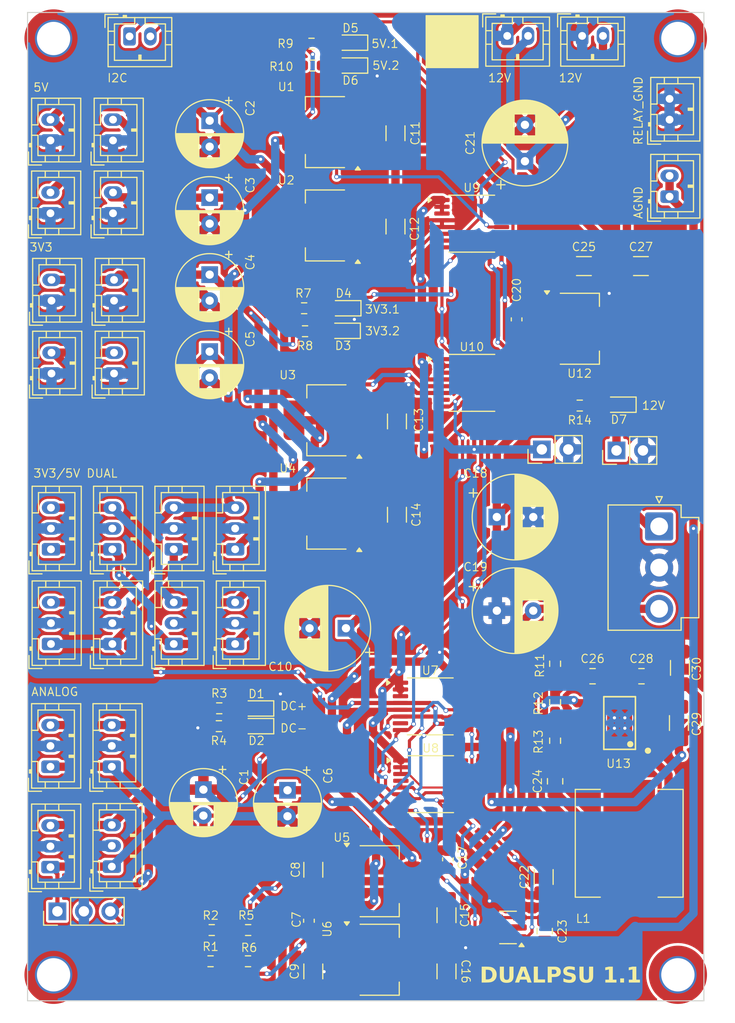
<source format=kicad_pcb>
(kicad_pcb (version 20240108) (generator "pcbnew") (generator_version "8.0")
  (layers (0 "F.Cu" signal) (31 "B.Cu" mixed) (34 "B.Paste" user) (35 "F.Paste" user) (36 "B.SilkS" user "B.Silkscreen") (37 "F.SilkS" user "F.Silkscreen") (38 "B.Mask" user) (39 "F.Mask" user) (44 "Edge.Cuts" user))
  (net 0 "")
  (net 1 "PGND")
  (net 2 "Net-(D1-A)")
  (net 3 "Net-(D2-A)")
  (net 4 "GND")
  (net 5 "7V")
  (net 6 "DC_NEG")
  (net 7 "DC_POS")
  (net 8 "VP")
  (net 9 "VN")
  (net 10 "AGND")
  (net 11 "5V_1")
  (net 12 "5V_2")
  (net 13 "3V3_1")
  (net 14 "3V3_2")
  (net 15 "12V")
  (net 16 "Net-(U13-SW)")
  (net 17 "Net-(D3-A)")
  (net 18 "Net-(D4-A)")
  (net 19 "Net-(D5-A)")
  (net 20 "Net-(D6-A)")
  (net 21 "Net-(D7-A)")
  (net 22 "Net-(U13-BST)")
  (net 23 "RELAYGND")
  (net 24 "7V_5V")
  (net 25 "SDA")
  (net 26 "SCL")
  (net 27 "7V_3V3")
  (net 28 "VP_4_POS")
  (net 29 "VP_SW")
  (net 30 "Net-(C26-Pad1)")
  (net 32 "Net-(U13-SS)")
  (net 33 "Net-(U6-ADJ)")
  (net 34 "Net-(U5-ADJ)")
  (net 35 "Net-(U13-FB)")
  (net 36 "Net-(U13-COMP)")
  (footprint "MountingHole:MountingHole_3.2mm_M3_DIN965_Pad_TopOnly" (layer "F.Cu") (at 102.5 127)
    (property "Reference" "H2" (hide yes))
    (property "Value" "MountingHole")
  )
  (footprint "Capacitor_SMD:C_1206_3216Metric_Pad1.33x1.80mm_HandSolder" (layer "F.Cu") (at 135.5 73.8083 90)
    (property "Reference" "C13")
    (property "Value" "10U")
  )
  (footprint "Capacitor_THT:CP_Radial_D6.3mm_P2.50mm" (layer "F.Cu") (at 117.5 44.900867 -90)
    (property "Reference" "C2")
    (property "Value" "220u 10V")
  )
  (footprint "LED_SMD:LED_0603_1608Metric_Pad1.05x0.95mm_HandSolder" (layer "F.Cu") (at 130.325 65.1 180)
    (property "Reference" "D3")
    (property "Value" "YELLOW")
  )
  (footprint "Connector_JST:JST_PH_B2B-PH-K_1x02_P2.00mm_Vertical" (layer "F.Cu") (at 161.7 52.2 90)
    (property "Reference" "J28" (hide yes))
    (property "Value" "Conn_01x02_Pin")
  )
  (footprint "Resistor_SMD:R_0603_1608Metric_Pad0.98x0.95mm_HandSolder" (layer "F.Cu") (at 127.2875 37.5)
    (property "Reference" "R9")
    (property "Value" "1K")
  )
  (footprint "Capacitor_SMD:C_1206_3216Metric_Pad1.33x1.80mm_HandSolder" (layer "F.Cu") (at 162.6 102.8 90)
    (property "Reference" "C29")
    (property "Value" "10U 50V")
  )
  (footprint "Resistor_SMD:R_0603_1608Metric_Pad0.98x0.95mm_HandSolder" (layer "F.Cu") (at 150.7 97.1 90)
    (property "Reference" "R11")
    (property "Value" "22.1K")
  )
  (footprint "Connector_JST:JST_PH_B3B-PH-K_1x03_P2.00mm_Vertical" (layer "F.Cu") (at 108.1 107 90)
    (property "Reference" "J10" (hide yes))
    (property "Value" "Conn_01x03_Male")
  )
  (footprint "Resistor_SMD:R_0603_1608Metric_Pad0.98x0.95mm_HandSolder" (layer "F.Cu") (at 126.5825 62.93 180)
    (property "Reference" "R7")
    (property "Value" "620R")
  )
  (footprint "Connector_JST:JST_PH_B3B-PH-K_1x03_P2.00mm_Vertical" (layer "F.Cu") (at 114.05 95.2 90)
    (property "Reference" "J20" (hide yes))
    (property "Value" "Conn_01x03_Male")
  )
  (footprint "Connector_JST:JST_PH_B3B-PH-K_1x03_P2.00mm_Vertical" (layer "F.Cu") (at 108.15 86.1 90)
    (property "Reference" "J14" (hide yes))
    (property "Value" "Conn_01x03_Male")
  )
  (footprint "Connector_JST:JST_PH_B2B-PH-K_1x02_P2.00mm_Vertical" (layer "F.Cu") (at 161.7 44.8 90)
    (property "Reference" "J29" (hide yes))
    (property "Value" "Conn_01x02_Pin")
  )
  (footprint "Capacitor_THT:CP_Radial_D8.0mm_P3.50mm" (layer "F.Cu") (at 145.1 83)
    (property "Reference" "C18")
    (property "Value" "100u 50V")
  )
  (footprint "Connector_JST:JST_PH_B2B-PH-K_1x02_P2.00mm_Vertical" (layer "F.Cu") (at 108.3125 62.2 90)
    (property "Reference" "J16" (hide yes))
    (property "Value" "Conn_01x02_Pin")
  )
  (footprint "Capacitor_THT:CP_Radial_D8.0mm_P3.50mm" (layer "F.Cu") (at 147.8 48.8 90)
    (property "Reference" "C21")
    (property "Value" "25V 220u")
  )
  (footprint "Capacitor_SMD:C_1206_3216Metric_Pad1.33x1.80mm_HandSolder" (layer "F.Cu") (at 153.4675 58.8775)
    (property "Reference" "C25")
    (property "Value" "10u")
  )
  (footprint "MountingHole:MountingHole_3.2mm_M3_DIN965_Pad_TopOnly" (layer "F.Cu") (at 162.5 37)
    (property "Reference" "H3" (hide yes))
    (property "Value" "MountingHole")
  )
  (footprint "Capacitor_THT:CP_Radial_D6.3mm_P2.50mm" (layer "F.Cu") (at 117.5 52.3 -90)
    (property "Reference" "C3")
    (property "Value" "220u 10V")
  )
  (footprint "Resistor_SMD:R_0603_1608Metric_Pad0.98x0.95mm_HandSolder" (layer "F.Cu") (at 121.2 122.7)
    (property "Reference" "R5")
    (property "Value" "800R")
  )
  (footprint "Connector_JST:JST_PH_B2B-PH-K_1x02_P2.00mm_Vertical" (layer "F.Cu") (at 108.2125 46.8 90)
    (property "Reference" "J12" (hide yes))
    (property "Value" "Conn_01x02_Pin")
  )
  (footprint "Connector_JST:JST_PH_B2B-PH-K_1x02_P2.00mm_Vertical" (layer "F.Cu") (at 153.3 36.75)
    (property "Reference" "J25" (hide yes))
    (property "Value" "Conn_01x02_Pin")
  )
  (footprint "Capacitor_SMD:C_1206_3216Metric_Pad1.33x1.80mm_HandSolder" (layer "F.Cu") (at 140.2625 121.2742 -90)
    (property "Reference" "C15")
    (property "Value" "47U")
  )
  (footprint "Connector_JST:JST_PH_B3B-PH-K_1x03_P2.00mm_Vertical" (layer "F.Cu") (at 108.1 116.6 90)
    (property "Reference" "J11" (hide yes))
    (property "Value" "Conn_01x03_Male")
  )
  (footprint "Connector_PinHeader_2.54mm:PinHeader_1x02_P2.54mm_Vertical" (layer "F.Cu") (at 149.425 76.5 90)
    (property "Reference" "J24" (hide yes))
    (property "Value" "Conn_01x02_Pin")
  )
  (footprint "Connector_JST:JST_PH_B3B-PH-K_1x03_P2.00mm_Vertical" (layer "F.Cu") (at 102.2 116.65 90)
    (property "Reference" "J6" (hide yes))
    (property "Value" "Conn_01x03_Male")
  )
  (footprint "Package_SO:TSSOP-16_4.4x5mm_P0.65mm" (layer "F.Cu") (at 142.7 70.1)
    (property "Reference" "U10")
    (property "Value" "INA260")
  )
  (footprint "Connector_JST:JST_PH_B2B-PH-K_1x02_P2.00mm_Vertical" (layer "F.Cu") (at 146.1 36.75)
    (property "Reference" "J23" (hide yes))
    (property "Value" "Conn_01x02_Pin")
  )
  (footprint "Capacitor_THT:CP_Radial_D6.3mm_P2.50mm" (layer "F.Cu") (at 124.9815 109.26 -90)
    (property "Reference" "C6")
    (property "Value" "220u 10V")
  )
  (footprint "Package_SO:TSSOP-16_4.4x5mm_P0.65mm" (layer "F.Cu") (at 142.6875 54.8)
    (property "Reference" "U9")
    (property "Value" "INA260")
  )
  (footprint "MountingHole:MountingHole_3.2mm_M3_DIN965_Pad_TopOnly" (layer "F.Cu") (at 102.5 37)
    (property "Reference" "H1" (hide yes))
    (property "Value" "MountingHole")
  )
  (footprint "Connector_JST:JST_PH_B3B-PH-K_1x03_P2.00mm_Vertical" (layer "F.Cu") (at 102.25 86.1 90)
    (property "Reference" "J3" (hide yes))
    (property "Value" "Conn_01x03_Male")
  )
  (footprint "LED_SMD:LED_0603_1608Metric_Pad1.05x0.95mm_HandSolder" (layer "F.Cu") (at 122 103.1 180)
    (property "Reference" "D2")
    (property "Value" "BLUE")
  )
  (footprint "Resistor_SMD:R_0603_1608Metric_Pad0.98x0.95mm_HandSolder" (layer "F.Cu") (at 153.0675 72.285)
    (property "Reference" "R14")
    (property "Value" "4.7K")
  )
  (footprint "Capacitor_SMD:C_1206_3216Metric_Pad1.33x1.80mm_HandSolder" (layer "F.Cu") (at 127.4625 126.6742 -90)
    (property "Reference" "C9")
    (property "Value" "47U")
  )
  (footprint "Connector_JST:JST_PH_B2B-PH-K_1x02_P2.00mm_Vertical" (layer "F.Cu") (at 108.3125 69.2 90)
    (property "Reference" "J17" (hide yes))
    (property "Value" "Conn_01x02_Pin")
  )
  (footprint "Capacitor_THT:CP_Radial_D6.3mm_P2.50mm" (layer "F.Cu") (at 116.9 109.2 -90)
    (property "Reference" "C1")
    (property "Value" "220u 10V")
  )
  (footprint "Capacitor_SMD:C_1206_3216Metric_Pad1.33x1.80mm_HandSolder" (layer "F.Cu") (at 135.36 55.0791 -90)
    (property "Reference" "C12")
    (property "Value" "10U")
  )
  (footprint "Connector_JST:JST_PH_B3B-PH-K_1x03_P2.00mm_Vertical" (layer "F.Cu") (at 108.15 95.2 90)
    (property "Reference" "J15" (hide yes))
    (property "Value" "Conn_01x03_Male")
  )
  (footprint "Connector_JST:JST_PH_B3B-PH-K_1x03_P2.00mm_Vertical" (layer "F.Cu") (at 119.95 95.2 90)
    (property "Reference" "J22" (hide yes))
    (property "Value" "Conn_01x03_Male")
  )
  (footprint "Resistor_SMD:R_0603_1608Metric_Pad0.98x0.95mm_HandSolder" (layer "F.Cu") (at 150.7 100.8 90)
    (property "Reference" "R12")
    (property "Value" "86.6k")
  )
  (footprint "Resistor_SMD:R_0603_1608Metric_Pad0.98x0.95mm_HandSolder" (layer "F.Cu") (at 117.5875 125.7)
    (property "Reference" "R1")
    (property "Value" "120R")
  )
  (footprint "Capacitor_THT:CP_Radial_D8.0mm_P3.50mm" (layer "F.Cu") (at 130.6 93.6883 180)
    (property "Reference" "C10")
    (property "Value" "10V 470u")
  )
  (footprint "Package_TO_SOT_SMD:SOT-223-3_TabPin2" (layer "F.Cu") (at 128.61 46 180)
    (property "Reference" "U1")
    (property "Value" "AMS1117-5.0")
  )
  (footprint "Package_TO_SOT_SMD:SOT-223-3_TabPin2" (layer "F.Cu") (at 133.8125 125.5542)
    (property "Reference" "U6")
    (property "Value" "LM337_SOT223")
  )
  (footprint "LED_SMD:LED_0603_1608Metric_Pad1.05x0.95mm_HandSolder" (layer "F.Cu") (at 131.0325 39.6 180)
    (property "Reference" "D6")
    (property "Value" "BLUE")
  )
  (footprint "easyeda2kicad:SOIC-8_L4.9-W3.9-P1.27-LS6.0-BL-EP" (layer "F.Cu") (at 156.9 102.8 90)
    (property "Reference" "U13")
    (property "Value" "AP64351SP-13")
  )
  (footprint "LED_SMD:LED_0603_1608Metric_Pad1.05x0.95mm_HandSolder" (layer "F.Cu") (at 122 101.4 180)
    (property "Reference" "D1")
    (property "Value" "YELLOW")
  )
  (footprint "Resistor_SMD:R_0603_1608Metric_Pad0.98x0.95mm_HandSolder" (layer "F.Cu") (at 121.1875 125.7)
    (property "Reference" "R6")
    (property "Value" "800R")
  )
  (footprint "Package_TO_SOT_SMD:SOT-223" (layer "F.Cu") (at 153.05 64.9)
    (property "Reference" "U12")
    (property "Value" "NCP1117-12")
  )
  (footprint "Resistor_SMD:R_0603_1608Metric_Pad0.98x0.95mm_HandSolder" (layer "F.Cu") (at 150.7 104.5 90)
    (property "Reference" "R13")
    (property "Value" "180K")
  )
  (footprint "Package_TO_SOT_SMD:SOT-223-3_TabPin2" (layer "F.Cu") (at 128.61 54.9708 180)
    (property "Reference" "U2")
    (property "Value" "AMS1117-5.0")
  )
  (footprint "Package_SO:TSSOP-16_4.4x5mm_P0.65mm" (layer "F.Cu") (at 138.7375 108.675)
    (property "Reference" "U8")
    (property "Value" "INA260")
  )
  (footprint "Resistor_SMD:R_0603_1608Metric_Pad0.98x0.95mm_HandSolder" (layer "F.Cu") (at 126.6675 65.14)
    (property "Reference" "R8")
    (property "Value" "620R")
  )
  (footprint "Connector_JST:JST_PH_B2B-PH-K_1x02_P2.00mm_Vertical" (layer "F.Cu") (at 102.3 62.2 90)
    (property "Reference" "J7" (hide yes))
    (property "Value" "Conn_01x02_Pin")
  )
  (footprint "Package_TO_SOT_SMD:SOT-223-3_TabPin2" (layer "F.Cu") (at 128.75 73.7 180)
    (property "Reference" "U3")
    (property "Value" "ZLDO1117QG33TA")
  )
  (footprint "Capacitor_SMD:C_0805_2012Metric_Pad1.18x1.45mm_HandSolder" (layer "F.Cu") (at 159 98.3)
    (property "Reference" "C28")
    (property "Value" "10n")
  )
  (footprint "Resistor_SMD:R_0603_1608Metric_Pad0.98x0.95mm_HandSolder" (layer "F.Cu") (at 127.375 39.6)
    (property "Reference" "R10")
    (property "Value" "1K")
  )
  (footprint "Capacitor_SMD:C_0805_2012Metric_Pad1.18x1.45mm_HandSolder" (layer "F.Cu") (at 154.3 98.3)
    (property "Reference" "C26")
    (property "Value" "0.22u")
  )
  (footprint "Connector_JST:JST_PH_B2B-PH-K_1x02_P2.00mm_Vertical" (layer "F.Cu") (at 102.2 53.8 90)
    (property "Reference" "J2" (hide yes))
    (property "Value" "Conn_01x02_Pin")
  )
  (footprint "Package_TO_SOT_SMD:SOT-223-3_TabPin2" (layer "F.Cu") (at 128.75 82.6708 180)
    (property "Reference" "U4")
    (property "Value" "ZLDO1117QG33TA")
  )
  (footprint "Capacitor_SMD:C_0603_1608Metric_Pad1.08x0.95mm_HandSolder" (layer "F.Cu") (at 140.4 115.9 -90)
    (property "Reference" "C17")
    (property "Value" "0.1U")
  )
  (footprint "Connector_JST:JST_PH_B3B-PH-K_1x03_P2.00mm_Vertical" (layer "F.Cu") (at 114.05 86.1 90)
    (property "Reference" "J19" (hide yes))
    (property "Value" "Conn_01x03_Male")
  )
  (footprint "Capacitor_SMD:C_1206_3216Metric_Pad1.33x1.80mm_HandSolder" (layer "F.Cu") (at 140.2625 126.6742 -90)
    (property "Reference" "C16")
    (property "Value" "10u")
  )
  (footprint "Capacitor_SMD:C_1206_3216Metric_Pad1.33x1.80mm_HandSolder" (layer "F.Cu") (at 158.9475 58.8775)
    (property "Reference" "C27")
    (property "Value" "47U")
  )
  (footprint "Connector_JST:JST_PH_B2B-PH-K_1x02_P2.00mm_Vertical" (layer "F.Cu") (at 108.2125 53.8 90)
    (property "Reference" "J13" (hide yes))
    (property "Value" "Conn_01x02_Pin")
  )
  (footprint "LED_SMD:LED_0603_1608Metric_Pad1.05x0.95mm_HandSolder" (layer "F.Cu") (at 130.3825 62.93 180)
    (property "Reference" "D4")
    (property "Value" "YELLOW")
  )
  (footprint "Package_SO:TSSOP-16_4.4x5mm_P0.65mm" (layer "F.Cu") (at 138.7 101.2)
    (property "Reference" "U7")
    (property "Value" "INA260")
  )
  (footprint "Resistor_SMD:R_0603_1608Metric_Pad0.98x0.95mm_HandSolder" (layer "F.Cu") (at 117.7 122.7)
    (property "Reference" "R2")
    (property "Value" "120R")
  )
  (footprint "Connector_JST:JST_PH_B3B-PH-K_1x03_P2.00mm_Vertical" (layer "F.Cu") (at 102.25 95.2 90)
    (property "Reference" "J4" (hide yes))
    (property "Value" "Conn_01x03_Male")
  )
  (footprint "Capacitor_THT:CP_Radial_D8.0mm_P3.50mm" (layer "F.Cu") (at 145.1 92)
    (property "Reference" "C19")
    (property "Value" "100u 50V")
  )
  (footprint "Package_TO_SOT_SMD:SOT-23-6" (layer "F.Cu") (at 146.175 122.45 180)
    (property "Reference" "U11" (hide yes))
    (property "Value" "TMP100")
  )
  (footprint "Capacitor_SMD:C_1206_3216Metric_Pad1.33x1.80mm_HandSolder" (layer "F.Cu") (at 162.7 97.5 90)
    (property "Reference" "C30")
    (property "Value" "10U 50V")
  )
  (footprint "Connector_JST:JST_PH_B2B-PH-K_1x02_P2.00mm_Vertical" (layer "F.Cu") (at 109.8 36.8)
    (property "Reference" "J18" (hide yes))
    (property "Value" "Conn_01x02_Male")
  )
  (footprint "Connector_JST:JST_PH_B3B-PH-K_1x03_P2.00mm_Vertical" (layer "F.Cu") (at 119.95 86.1 90)
    (property "Reference" "J21" (hide yes))
    (property "Value" "Conn_01x03_Male")
  )
  (footprint "Capacitor_THT:CP_Radial_D6.3mm_P2.50mm" (layer "F.Cu") (at 117.5 59.699133 -90)
    (property "Reference" "C4")
    (property "Value" "220u 10V")
  )
  (footprint "Inductor_SMD:L_Vishay_IHLP-4040" (layer "F.Cu") (at 157.82 114.36 -90)
    (property "Reference" "L1")
    (property "Value" "10uH 21mOhm 5A")
  )
  (footprint "Connector_JST:JST_PH_B2B-PH-K_1x02_P2.00mm_Vertical" (layer "F.Cu") (at 102.3 69.2 90)
    (property "Reference" "J8" (hide yes))
    (property "Value" "Conn_01x02_Pin")
  )
  (footprint "Capacitor_SMD:C_1206_3216Metric_Pad1.33x1.80mm_HandSolder" (layer "F.Cu") (at 127.4625 116.9042 90)
    (property "Reference" "C8")
    (property "Value" "10u")
  )
  (footprint "Connector_JST:JST_PH_B2B-PH-K_1x02_P2.00mm_Vertical" (layer "F.Cu") (at 102.2 46.8 90)
    (property "Reference" "J1" (hide yes))
    (property "Value" "Conn_01x02_Pin")
  )
  (footprint "Capacitor_SMD:C_1206_3216Metric_Pad1.33x1.80mm_HandSolder" (layer "F.Cu") (at 149.6 117.6 90)
    (property "Reference" "C22")
    (property "Value" "10U 50V")
  )
  (footprint "Capacitor_SMD:C_1206_3216Metric_Pad1.33x1.80mm_HandSolder" (layer "F.Cu") (at 135.5 82.7791 -90)
    (property "Reference" "C14")
    (property "Value" "10U")
  )
  (footprint "LED_SMD:LED_0603_1608Metric_Pad1.05x0.95mm_HandSolder" (layer "F.Cu") (at 156.825 72.2 180)
    (property "Reference" "D7")
    (property "Value" "BLUE")
  )
  (footprint "Capacitor_SMD:C_0603_1608Metric_Pad1.08x0.95mm_HandSolder" (layer "F.Cu") (at 127.0425 121.8042 -90)
    (property "Reference" "C7")
    (property "Value" "0.1U")
  )
  (footprint "Connector_JST:JST_PH_B3B-PH-K_1x03_P2.00mm_Vertical" (layer "F.Cu") (at 102.2 107 90)
    (property "Reference" "J5" (hide yes))
    (property "Value" "Conn_01x03_Male")
  )
  (footprint "Resistor_SMD:R_0603_1608Metric_Pad0.98x0.95mm_HandSolder" (layer "F.Cu") (at 118.4223 101.3835)
    (property "Reference" "R3")
    (property "Value" "3.3K")
  )
  (footprint "Capacitor_THT:CP_Radial_D6.3mm_P2.50mm" (layer "F.Cu") (at 117.5 67.098267 -90)
    (property "Reference" "C5")
    (property "Value" "220u 10V")
  )
  (footprint "MountingHole:MountingHole_3.2mm_M3_DIN965_Pad_TopOnly" (layer "F.Cu") (at 162.5 127)
    (property "Reference" "H4" (hide yes))
    (property "Value" "MountingHole")
  )
  (footprint "Capacitor_SMD:C_0805_2012Metric_Pad1.18x1.45mm_HandSolder" (layer "F.Cu") (at 150.7 108.4 90)
    (property "Reference" "C24")
    (property "Value" "0.1u")
  )
  (footprint "Resistor_SMD:R_0603_1608Metric_Pad0.98x0.95mm_HandSolder" (layer "F.Cu") (at 118.3875 103.1)
    (property "Reference" "R4")
    (property "Value" "3.3K")
  )
  (footprint "Connector_PinHeader_2.54mm:PinHeader_1x03_P2.54mm_Vertical" (layer "F.Cu") (at 102.87 120.9 90)
    (property "Reference" "J9" (hide yes))
    (property "Value" "Conn_01x03_Pin")
  )
  (footprint "Capacitor_SMD:C_0603_1608Metric_Pad1.08x0.95mm_HandSolder" (layer "F.Cu") (at 147 64 -90)
    (property "Reference" "C20")
    (property "Value" "0.1U")
  )
  (footprint "Package_TO_SOT_SMD:SOT-223-3_TabPin2" (layer "F.Cu") (at 133.8125 118.0042)
    (property "Reference" "U5")
    (property "Value" "LM317_SOT-223")
  )
  (footprint "Capacitor_SMD:C_0805_2012Metric_Pad1.18x1.45mm_HandSolder" (layer "F.Cu") (at 149.7 122.8 90)
    (property "Reference" "C23")
    (property "Value" "0.1u")
  )
  (footprint "Connector_JST:JST_VH_B3P-VH_1x03_P3.96mm_Vertical" (layer "F.Cu") (at 160.7 83.9 -90)
    (property "Reference" "J27" (hide yes))
    (property "Value" "Conn_01x03_Male")
  )
  (footprint "LED_SMD:LED_0603_1608Metric_Pad1.05x0.95mm_HandSolder" (layer "F.Cu") (at 131.0325 37.4 180)
    (property "Reference" "D5")
    (property "Value" "BLUE")
  )
  (footprint "Capacitor_SMD:C_1206_3216Metric_Pad1.33x1.80mm_HandSolder" (layer "F.Cu") (at 135.36 46.1083 90)
    (property "Reference" "C11")
    (property "Value" "10U")
  )
  (footprint "Connector_PinHeader_2.54mm:PinHeader_1x02_P2.54mm_Vertical" (layer "F.Cu") (at 156.6 76.6 90)
    (property "Reference" "J26" (hide yes))
    (property "Value" "Conn_01x02_Pin")
  )
  (gr_rect (start 138.3 34.8) (end 143.3 39.8) (stroke (width 0.1)) (fill solid) (layer "F.SilkS"))
  (gr_line (start 165 34.5) (end 165 129.5) (stroke (width 0.1)) (layer "Edge.Cuts"))
  (gr_line (start 100 129.5) (end 100 34.5) (stroke (width 0.1)) (layer "Edge.Cuts"))
  (gr_line (start 100 34.5) (end 165 34.5) (stroke (width 0.1)) (layer "Edge.Cuts"))
  (gr_line (start 165 129.5) (end 100 129.5) (stroke (width 0.1)) (layer "Edge.Cuts"))
  (gr_text "3V3/5V DUAL" (at 100.5 78.8 0) (layer "F.SilkS") (effects (font (size 0.8 0.8) (thickness 0.1)) (justify left)))
  (gr_text "3V3" (at 100.13 57.07 0) (layer "F.SilkS") (effects (font (size 0.8 0.8) (thickness 0.1)) (justify left)))
  (gr_text "DC+" (at 124.222288 101.163462 0) (layer "F.SilkS") (effects (font (size 0.8 0.8) (thickness 0.1)) (justify left)))
  (gr_text "DUALPSU 1.1" (at 159 128 0) (layer "F.SilkS") (effects (font (size 1.5 1.5) (thickness 0.3) (bold yes)) (justify right bottom)))
  (gr_text "5V" (at 100.5 41.7 0) (layer "F.SilkS") (effects (font (size 0.8 0.8) (thickness 0.1)) (justify left)))
  (gr_text "5V.2" (at 133.075 39.6 0) (layer "F.SilkS") (effects (font (size 0.8 0.8) (thickness 0.1)) (justify left)))
  (gr_text "5V.1" (at 132.9875 37.5 0) (layer "F.SilkS") (effects (font (size 0.8 0.8) (thickness 0.1)) (justify left)))
  (gr_text "I2C" (at 107.6 40.8 0) (layer "F.SilkS") (effects (font (size 0.8 0.8) (thickness 0.1)) (justify left)))
  (gr_text "12V" (at 151 40.8 0) (layer "F.SilkS") (effects (font (size 0.8 0.8) (thickness 0.1)) (justify left)))
  (gr_text "3V3.1\n" (at 132.3675 63.03 0) (layer "F.SilkS") (effects (font (size 0.8 0.8) (thickness 0.1)) (justify left)))
  (gr_text "ANALOG" (at 100.3 99.8 0) (layer "F.SilkS") (effects (font (size 0.8 0.8) (thickness 0.1)) (justify left)))
  (gr_text "12V" (at 158.98 72.285 0) (layer "F.SilkS") (effects (font (size 0.8 0.8) (thickness 0.1)) (justify left)))
  (gr_text "DC-" (at 124.222288 103.3 0) (layer "F.SilkS") (effects (font (size 0.8 0.8) (thickness 0.1)) (justify left)))
  (gr_text "AGND\n" (at 158.7 54.4 90) (layer "F.SilkS") (effects (font (size 0.8 0.8) (thickness 0.1)) (justify left)))
  (gr_text "12V" (at 144.2 40.8 0) (layer "F.SilkS") (effects (font (size 0.8 0.8) (thickness 0.1)) (justify left)))
  (gr_text "RELAY_GND" (at 158.7 47.3 90) (layer "F.SilkS") (effects (font (size 0.8 0.8) (thickness 0.1)) (justify left)))
  (gr_text "3V3.2" (at 132.3675 65.125 0) (layer "F.SilkS") (effects (font (size 0.8 0.8) (thickness 0.1)) (justify left)))
  (segment (start 154.8 62.6) (end 155.9 61.5) (width 0.4) (layer "F.Cu") (net 1))
  (segment (start 149.9 62.6) (end 154.8 62.6) (width 0.4) (layer "F.Cu") (net 1))
  (via (at 144.4 119.9) (size 0.45) (drill 0.3) (layers "F.Cu" "B.Cu") (net 1))
  (via (at 155.9 61.5) (size 0.45) (drill 0.3) (layers "F.Cu" "B.Cu") (net 1))
  (segment (start 116.9 109.2) (end 119.46 111.76) (width 0.8) (layer "B.Cu") (net 1))
  (segment (start 119.46 111.76) (end 124.9815 111.76) (width 0.8) (layer "B.Cu") (net 1))
  (segment (start 121.0423 101.1185) (end 119.3798 101.1185) (width 0.4) (layer "F.Cu") (net 2))
  (segment (start 121.02 103.295) (end 119.305 103.295) (width 0.4) (layer "F.Cu") (net 3))
  (segment (start 134.4 108) (end 134.4 108.901668) (width 0.3) (layer "F.Cu") (net 4))
  (segment (start 141.5625 102.175) (end 142.359878 102.175) (width 0.4) (layer "F.Cu") (net 4))
  (segment (start 140.579595 102.175) (end 140.479595 102.275) (width 0.4) (layer "F.Cu") (net 4))
  (segment (start 139.920405 102.275) (end 139.820405 102.175) (width 0.4) (layer "F.Cu") (net 4))
  (segment (start 139.025 55.775) (end 139.825 55.775) (width 0.3) (layer "F.Cu") (net 4))
  (segment (start 131.4075 62.93) (end 131.4075 64) (width 0.4) (layer "F.Cu") (net 4))
  (segment (start 137.100458 110.070205) (end 136.680253 109.65) (width 0.3) (layer "F.Cu") (net 4))
  (segment (start 139.820405 102.175) (end 135.8375 102.175) (width 0.4) (layer "F.Cu") (net 4))
  (segment (start 142.925 73.375) (end 142.925 76.5) (width 0.4) (layer "F.Cu") (net 4))
  (segment (start 137.670203 110.070205) (end 137.100458 110.070205) (width 0.3) (layer "F.Cu") (net 4))
  (segment (start 141.5625 102.175) (end 140.579595 102.175) (width 0.4) (layer "F.Cu") (net 4))
  (segment (start 132.1125 37.5) (end 132.1125 39.48) (width 0.8) (layer "F.Cu") (net 4))
  (segment (start 139.93995 109.65) (end 139.78995 109.5) (width 0.3) (layer "F.Cu") (net 4))
  (segment (start 137.420404 71.075) (end 136.622702 70.277298) (width 0.4) (layer "F.Cu") (net 4))
  (segment (start 134.629344 102.570656) (end 134.629344 103.115638) (width 0.3) (layer "F.Cu") (net 4))
  (segment (start 139.025 55.775) (end 136.8 58) (width 0.3) (layer "F.Cu") (net 4))
  (segment (start 142.7 98.615122) (end 140.084878 96) (width 0.4) (layer "F.Cu") (net 4))
  (segment (start 143.209106 55.775) (end 140.625 58.359106) (width 0.3) (layer "F.Cu") (net 4))
  (segment (start 144.425 71.875) (end 142.925 73.375) (width 0.4) (layer "F.Cu") (net 4))
  (segment (start 138.240408 109.5) (end 137.670203 110.070205) (width 0.3) (layer "F.Cu") (net 4))
  (segment (start 139.8375 71.075) (end 137.420404 71.075) (width 0.4) (layer "F.Cu") (net 4))
  (segment (start 142.359878 102.175) (end 142.7 101.834878) (width 0.4) (layer "F.Cu") (net 4))
  (segment (start 144.425 71.415122) (end 144.425 71.875) (width 0.4) (layer "F.Cu") (net 4))
  (segment (start 142.7 101.834878) (end 142.7 98.615122) (width 0.4) (layer "F.Cu") (net 4))
  (segment (start 131.4075 62.93) (end 131.4075 65.0425) (width 0.4) (layer "F.Cu") (net 4))
  (segment (start 135.025 102.175) (end 135.8375 102.175) (width 0.3) (layer "F.Cu") (net 4))
  (segment (start 145.5625 71.075) (end 144.765122 71.075) (width 0.4) (layer "F.Cu") (net 4))
  (segment (start 134.4 108.901668) (end 135.148332 109.65) (width 0.3) (layer "F.Cu") (net 4))
  (segment (start 136.680253 109.65) (end 135.875 109.65) (width 0.3) (layer "F.Cu") (net 4))
  (segment (start 132.535 39.535) (end 133.6 40.6) (width 0.4) (layer "F.Cu") (net 4))
  (segment (start 140.479595 102.275) (end 139.920405 102.275) (width 0.4) (layer "F.Cu") (net 4))
  (segment (start 139.78995 109.5) (end 138.240408 109.5) (width 0.3) (layer "F.Cu") (net 4))
  (segment (start 136.8 58) (end 136.8 58.4) (width 0.3) (layer "F.Cu") (net 4))
  (segment (start 145.55 55.775) (end 143.209106 55.775) (width 0.3) (layer "F.Cu") (net 4))
  (segment (start 141.6 109.65) (end 139.93995 109.65) (width 0.3) (layer "F.Cu") (net 4))
  (segment (start 134.629344 102.570656) (end 135.025 102.175) (width 0.3) (layer "F.Cu") (net 4))
  (segment (start 132.0575 39.535) (end 132.535 39.535) (width 0.4) (layer "F.Cu") (net 4))
  (segment (start 135.875 109.65) (end 135.148332 109.65) (width 0.3) (layer "F.Cu") (net 4))
  (segment (start 140.084878 96) (end 139.6 96) (width 0.4) (layer "F.Cu") (net 4))
  (segment (start 144.765122 71.075) (end 144.425 71.415122) (width 0.4) (layer "F.Cu") (net 4))
  (via (at 134.629344 103.115638) (size 0.45) (drill 0.3) (layers "F.Cu" "B.Cu") (net 4))
  (via (at 136.622702 70.277298) (size 0.45) (drill 0.3) (layers "F.Cu" "B.Cu") (net 4))
  (via (at 131.4075 64) (size 0.45) (drill 0.3) (layers "F.Cu" "B.Cu") (net 4))
  (via (at 136.8 58.4) (size 0.45) (drill 0.3) (layers "F.Cu" "B.Cu") (net 4))
  (via (at 140.625 58.359106) (size 0.45) (drill 0.3) (layers "F.Cu" "B.Cu") (net 4))
  (via (at 133.6 40.6) (size 0.45) (drill 0.3) (layers "F.Cu" "B.Cu") (net 4))
  (via (at 142.925 76.5) (size 0.45) (drill 0.3) (layers "F.Cu" "B.Cu") (net 4))
  (via (at 134.4 108) (size 0.45) (drill 0.3) (layers "F.Cu" "B.Cu") (net 4))
  (via (at 139.6 96) (size 0.45) (drill 0.3) (layers "F.Cu" "B.Cu") (net 4))
  (segment (start 133.980761 108) (end 134.4 108) (width 0.3) (layer "B.Cu") (net 4))
  (segment (start 133.45 104.294982) (end 133.45 107.469239) (width 0.3) (layer "B.Cu") (net 4))
  (segment (start 140.625 58.359106) (end 138.059106 60.925) (width 0.3) (layer "B.Cu") (net 4))
  (segment (start 138.059106 60.925) (end 136.5 60.925) (width 0.3) (layer "B.Cu") (net 4))
  (segment (start 134.629344 103.115638) (end 133.45 104.294982) (width 0.3) (layer "B.Cu") (net 4))
  (segment (start 133.45 107.469239) (end 133.980761 108) (width 0.3) (layer "B.Cu") (net 4))
  (segment (start 140.8 76.5) (end 139.45 75.15) (width 0.8) (layer "B.Cu") (net 4))
  (segment (start 149.425 76.5) (end 140.8 76.5) (width 0.8) (layer "B.Cu") (net 4))
  (segment (start 139.8375 68.475) (end 137.9 66.5375) (width 0.8) (layer "F.Cu") (net 5))
  (segment (start 137.9 66.3) (end 137.9 60.254308) (width 0.8) (layer "F.Cu") (net 5))
  (segment (start 137.9 60.254308) (end 137.749213 60.103521) (width 0.8) (layer "F.Cu") (net 5))
  (segment (start 137.9 66.5375) (end 137.9 66.3) (width 0.8) (layer "F.Cu") (net 5))
  (segment (start 156.0675 118.8675) (end 148.5 111.3) (width 1.4) (layer "F.Cu") (net 5))
  (segment (start 139.825 53.825) (end 139.825 53.175) (width 0.4) (layer "F.Cu") (net 5))
  (segment (start 134.964214 112.25) (end 130.7 107.985786) (width 0.8) (layer "F.Cu") (net 5))
  (segment (start 138.1 86.4) (end 130.8117 93.6883) (width 0.8) (layer "F.Cu") (net 5))
  (segment (start 157.82 119.36) (end 148.126547 119.36) (width 0.8) (layer "F.Cu") (net 5))
  (segment (start 150.225 105.4125) (end 148.5 107.1375) (width 0.8) (layer "F.Cu") (net 5))
  (segment (start 139.075 52.525) (end 138.05 53.55) (width 0.8) (layer "F.Cu") (net 5))
  (segment (start 139.825 52.525) (end 139.075 52.525) (width 0.8) (layer "F.Cu") (net 5))
  (segment (start 130.7 107.985786) (end 130.7 103) (width 0.8) (layer "F.Cu") (net 5))
  (segment (start 139.8375 69.125) (end 139.8375 68.475) (width 0.4) (layer "F.Cu") (net 5))
  (segment (start 141.016547 112.25) (end 134.964214 112.25) (width 0.8) (layer "F.Cu") (net 5))
  (segment (start 139.8375 67.825) (end 139.8375 68.475) (width 0.4) (layer "F.Cu") (net 5))
  (segment (start 148.5 107.1375) (end 148.5 111.3) (width 0.8) (layer "F.Cu") (net 5))
  (segment (start 139.825 52.525) (end 139.825 53.175) (width 0.4) (layer "F.Cu") (net 5))
  (segment (start 148.126547 119.36) (end 141.016547 112.25) (width 0.8) (layer "F.Cu") (net 5))
  (segment (start 150.7 105.4125) (end 150.225 105.4125) (width 0.8) (layer "F.Cu") (net 5))
  (segment (start 138.1 76.5) (end 138.1 86.4) (width 0.8) (layer "F.Cu") (net 5))
  (segment (start 137.9 66.3) (end 137.9 68.1) (width 0.8) (layer "F.Cu") (net 5))
  (via (at 130.7 103) (size 0.45) (drill 0.3) (layers "F.Cu" "B.Cu") (net 5))
  (via (at 138.05 53.55) (size 0.45) (drill 0.3) (layers "F.Cu" "B.Cu") (net 5))
  (via (at 138.1 76.5) (size 0.45) (drill 0.3) (layers "F.Cu" "B.Cu") (net 5))
  (via (at 137.9 68.1) (size 0.45) (drill 0.3) (layers "F.Cu" "B.Cu") (net 5))
  (via (at 137.749213 60.103521) (size 0.45) (drill 0.3) (layers "F.Cu" "B.Cu") (net 5))
  (segment (start 138.1 76.5) (end 138.1 68.3) (width 0.8) (layer "B.Cu") (net 5))
  (segment (start 132.45 101.25) (end 130.7 103) (width 0.8) (layer "B.Cu") (net 5))
  (segment (start 130.6 93.6883) (end 132.45 95.5383) (width 0.8) (layer "B.Cu") (net 5))
  (segment (start 137.749213 60.103521) (end 137.749213 53.850787) (width 0.8) (layer "B.Cu") (net 5))
  (segment (start 138.1 68.3) (end 137.9 68.1) (width 0.8) (layer "B.Cu") (net 5))
  (segment (start 137.749213 53.850787) (end 138.05 53.55) (width 0.8) (layer "B.Cu") (net 5))
  (segment (start 132.45 95.5383) (end 132.45 101.25) (width 0.8) (layer "B.Cu") (net 5))
  (segment (start 108.1 116.6) (end 102.25 116.6) (width 0.8) (layer "F.Cu") (net 6))
  (segment (start 119.2117 128.2367) (end 124.9367 128.2367) (width 0.4) (layer "F.Cu") (net 6))
  (segment (start 116.9 111.7) (end 116.9 114) (width 0.8) (layer "F.Cu") (net 6))
  (segment (start 118.8 111.7) (end 116.9 111.7) (width 0.4) (layer "F.Cu") (net 6))
  (segment (start 124.5 121.6) (end 124.5 127.9) (width 0.8) (layer "F.Cu") (net 6))
  (segment (start 120.7 109.8) (end 118.8 111.7) (width 0.4) (layer "F.Cu") (net 6))
  (segment (start 123.07 103.295) (end 123.07 105.53) (width 0.4) (layer "F.Cu") (net 6))
  (segment (start 116.675 125.7) (end 119.2117 128.2367) (width 0.4) (layer "F.Cu") (net 6))
  (segment (start 124.9367 128.2367) (end 127.4625 128.2367) (width 0.8) (layer "F.Cu") (net 6))
  (segment (start 124.6 127.9) (end 124.9367 128.2367) (width 0.8) (layer "F.Cu") (net 6))
  (segment (start 108 107) (end 102.1 107) (width 0.8) (layer "F.Cu") (net 6))
  (segment (start 116.9 114) (end 124.5 121.6) (width 0.8) (layer "F.Cu") (net 6))
  (segment (start 124.5 127.9) (end 124.6 127.9) (width 0.8) (layer "F.Cu") (net 6))
  (segment (start 102.87 120.9) (end 102.87 117.32) (width 0.4) (layer "F.Cu") (net 6))
  (segment (start 123.07 105.53) (end 122.3 106.3) (width 0.4) (layer "F.Cu") (net 6))
  (segment (start 130.28 128.2367) (end 130.6625 127.8542) (width 0.8) (layer "F.Cu") (net 6))
  (segment (start 102.87 117.32) (end 102.2 116.65) (width 0.4) (layer "F.Cu") (net 6))
  (segment (start 127.4625 128.2367) (end 130.28 128.2367) (width 0.8) (layer "F.Cu") (net 6))
  (via (at 122.3 106.3) (size 0.45) (drill 0.3) (layers "F.Cu" "B.Cu") (net 6))
  (via (at 120.7 109.8) (size 0.45) (drill 0.3) (layers "F.Cu" "B.Cu") (net 6))
  (segment (start 112.7 111.7) (end 108 107) (width 0.8) (layer "B.Cu") (net 6))
  (segment (start 116.9 111.7) (end 112.7 111.7) (width 0.8) (layer "B.Cu") (net 6))
  (segment (start 122.3 108.2) (end 120.7 109.8) (width 0.4) (layer "B.Cu") (net 6))
  (segment (start 116.9 111.7) (end 113 111.7) (width 0.8) (layer "B.Cu") (net 6))
  (segment (start 113 111.7) (end 108.1 116.6) (width 0.8) (layer "B.Cu") (net 6))
  (segment (start 122.3 106.3) (end 122.3 108.2) (width 0.4) (layer "B.Cu") (net 6))
  (segment (start 114.7 103.1) (end 114.7 106) (width 0.4) (layer "F.Cu") (net 7))
  (segment (start 108.1 112.6) (end 102.25 112.6) (width 0.8) (layer "F.Cu") (net 7))
  (segment (start 136.9625 118.0042) (end 136.9625 115.7625) (width 0.8) (layer "F.Cu") (net 7))
  (segment (start 130.6625 118.0042) (end 136.9625 118.0042) (width 0.8) (layer "F.Cu") (net 7))
  (segment (start 114.7 106) (end 111.65 109.05) (width 0.8) (layer "F.Cu") (net 7))
  (segment (start 122.46 109.26) (end 119.2 106) (width 0.8) (layer "F.Cu") (net 7))
  (segment (start 137.9 103.3) (end 136.7 104.5) (width 0.3) (layer "F.Cu") (net 7))
  (segment (start 124.9815 109.26) (end 122.46 109.26) (width 0.8) (layer "F.Cu") (net 7))
  (segment (start 117.5098 101.1635) (end 116.6365 101.1635) (width 0.4) (layer "F.Cu") (net 7))
  (segment (start 110.85 118) (end 107.95 120.9) (width 0.8) (layer "F.Cu") (net 7))
  (segment (start 141.5625 101.525) (end 140.275 101.525) (width 0.3) (layer "F.Cu") (net 7))
  (segment (start 138.555 118.0042) (end 140.2625 119.7117) (width 0.8) (layer "F.Cu") (net 7))
  (segment (start 140.275 101.525) (end 140.2 101.6) (width 0.3) (layer "F.Cu") (net 7))
  (segment (start 136.9625 118.0042) (end 138.555 118.0042) (width 0.8) (layer "F.Cu") (net 7))
  (segment (start 119.2 106) (end 114.7 106) (width 0.8) (layer "F.Cu") (net 7))
  (segment (start 136.7 104.5) (end 136.7 105.4) (width 0.3) (layer "F.Cu") (net 7))
  (segment (start 111 118) (end 110.85 118) (width 0.8) (layer "F.Cu") (net 7))
  (segment (start 116.6365 101.1635) (end 114.7 103.1) (width 0.4) (layer "F.Cu") (net 7))
  (segment (start 111.65 117.2) (end 111.6 117.25) (width 0.8) (layer "F.Cu") (net 7))
  (segment (start 111.65 109.05) (end 111.65 117.2) (width 0.8) (layer "F.Cu") (net 7))
  (segment (start 109.75 122.7) (end 107.95 120.9) (width 0.4) (layer "F.Cu") (net 7))
  (segment (start 124.9815 109.26) (end 128.16086 109.26) (width 0.8) (layer "F.Cu") (net 7))
  (segment (start 111.65 104.85) (end 109.8 103) (width 0.8) (layer "F.Cu") (net 7))
  (segment (start 111.65 109.05) (end 108.1 112.6) (width 0.8) (layer "F.Cu") (net 7))
  (segment (start 111.65 109.05) (end 111.65 104.85) (width 0.8) (layer "F.Cu") (net 7))
  (segment (start 109.8 103) (end 102.1 103) (width 0.8) (layer "F.Cu") (net 7))
  (segment (start 116.7875 122.7) (end 109.75 122.7) (width 0.4) (layer "F.Cu") (net 7))
  (segment (start 128.16086 109.26) (end 129.28043 110.37957) (width 0.8) (layer "F.Cu") (net 7))
  (via (at 140.2 101.6) (size 0.45) (drill 0.3) (layers "F.Cu" "B.Cu") (net 7))
  (via (at 137.9 103.3) (size 0.45) (drill 0.3) (layers "F.Cu" "B.Cu") (net 7))
  (via (at 129.28043 110.37957) (size 0.45) (drill 0.3) (layers "F.Cu" "B.Cu") (net 7))
  (via (at 136.9625 115.7625) (size 0.45) (drill 0.3) (layers "F.Cu" "B.Cu") (net 7))
  (via (at 111 118) (size 0.45) (drill 0.3) (layers "F.Cu" "B.Cu") (net 7))
  (via (at 136.7 105.4) (size 0.45) (drill 0.3) (layers "F.Cu" "B.Cu") (net 7))
  (via (at 111.6 117.25) (size 0.45) (drill 0.3) (layers "F.Cu" "B.Cu") (net 7))
  (segment (start 111.6 117.4) (end 111.6 117.25) (width 0.8) (layer "B.Cu") (net 7))
  (segment (start 138.961827 100.825) (end 137.9 101.886827) (width 0.3) (layer "B.Cu") (net 7))
  (segment (start 137.9 101.886827) (end 137.9 103.3) (width 0.3) (layer "B.Cu") (net 7))
  (segment (start 132.8 111.6) (end 131.57957 110.37957) (width 0.8) (layer "B.Cu") (net 7))
  (segment (start 140.2 101.586827) (end 139.438173 100.825) (width 0.3) (layer "B.Cu") (net 7))
  (segment (start 136.9625 115.7625) (end 132.8 111.6) (width 0.8) (layer "B.Cu") (net 7))
  (segment (start 131.57957 110.37957) (end 129.28043 110.37957) (width 0.8) (layer "B.Cu") (net 7))
  (segment (start 136.7 105.4) (end 136.7 107.7) (width 0.3) (layer "B.Cu") (net 7))
  (segment (start 136.7 107.7) (end 132.8 111.6) (width 0.3) (layer "B.Cu") (net 7))
  (segment (start 139.438173 100.825) (end 138.961827 100.825) (width 0.3) (layer "B.Cu") (net 7))
  (segment (start 140.2 101.6) (end 140.2 101.586827) (width 0.3) (layer "B.Cu") (net 7))
  (segment (start 111 118) (end 111.6 117.4) (width 0.8) (layer "B.Cu") (net 7))
  (segment (start 148.5 61.903984) (end 148.5 65.8) (width 0.4) (layer "F.Cu") (net 8))
  (segment (start 135.7 97.9) (end 135.7 99.4375) (width 0.8) (layer "F.Cu") (net 8))
  (segment (start 135.875 106.4) (end 135.875 107.05) (width 0.2) (layer "F.Cu") (net 8))
  (segment (start 135.8375 100.225) (end 135.8375 99.575) (width 0.4) (layer "F.Cu") (net 8))
  (segment (start 145.1 83) (end 145.1 76.7) (width 0.8) (layer "F.Cu") (net 8))
  (segment (start 141.6 109) (end 137.929289 109) (width 0.2) (layer "F.Cu") (net 8))
  (segment (start 133.2 102.8) (end 133.2 103.725) (width 0.8) (layer "F.Cu") (net 8))
  (segment (start 147.266484 63.1375) (end 148.5 61.903984) (width 0.4) (layer "F.Cu") (net 8))
  (segment (start 137.929289 109) (end 136.629289 107.7) (width 0.2) (layer "F.Cu") (net 8))
  (segment (start 135.875 107.05) (end 135.875 107.7) (width 0.2) (layer "F.Cu") (net 8))
  (segment (start 135.7 99.4375) (end 135.8375 99.575) (width 0.8) (layer "F.Cu") (net 8))
  (segment (start 133.2 103.725) (end 135.875 106.4) (width 0.8) (layer "F.Cu") (net 8))
  (segment (start 135.8375 99.575) (end 135.8375 98.925) (width 0.4) (layer "F.Cu") (net 8))
  (segment (start 145.1 85.1) (end 135.9 94.3) (width 0.8) (layer "F.Cu") (net 8))
  (segment (start 146.8 81.3) (end 145.1 83) (width 0.8) (layer "F.Cu") (net 8))
  (segment (start 145.1 83) (end 145.1 85.1) (width 0.8) (layer "F.Cu") (net 8))
  (segment (start 148.5 65.8) (end 149.9 67.2) (width 0.4) (layer "F.Cu") (net 8))
  (segment (start 136.629289 107.7) (end 135.875 107.7) (width 0.2) (layer "F.Cu") (net 8))
  (segment (start 135.7 98.1) (end 134.1 99.7) (width 0.8) (layer "F.Cu") (net 8))
  (segment (start 151.526484 58.8775) (end 148.5 61.903984) (width 0.4) (layer "F.Cu") (net 8))
  (segment (start 149.9 71.9) (end 149.9 67.2) (width 0.8) (layer "F.Cu") (net 8))
  (segment (start 157.1 81.3) (end 146.8 81.3) (width 0.8) (layer "F.Cu") (net 8))
  (segment (start 135.7 97.9) (end 135.7 98.1) (width 0.8) (layer "F.Cu") (net 8))
  (segment (start 145.1 76.7) (end 149.9 71.9) (width 0.8) (layer "F.Cu") (net 8))
  (segment (start 160.2 84.4) (end 157.1 81.3) (width 0.8) (layer "F.Cu") (net 8))
  (via (at 133.2 102.8) (size 0.45) (drill 0.3) (layers "F.Cu" "B.Cu") (net 8))
  (via (at 135.9 94.3) (size 0.45) (drill 0.3) (layers "F.Cu" "B.Cu") (net 8))
  (via (at 134.1 99.7) (size 0.45) (drill 0.3) (layers "F.Cu" "B.Cu") (net 8))
  (via (at 135.7 97.9) (size 0.45) (drill 0.3) (layers "F.Cu" "B.Cu") (net 8))
  (segment (start 135.9 97.7) (end 135.7 97.9) (width 0.8) (layer "B.Cu") (net 8))
  (segment (start 134.1 101.9) (end 133.2 102.8) (width 0.8) (layer "B.Cu") (net 8))
  (segment (start 134.1 99.7) (end 134.1 101.9) (width 0.8) (layer "B.Cu") (net 8))
  (segment (start 135.9 94.3) (end 135.9 97.7) (width 0.8) (layer "B.Cu") (net 8))
  (segment (start 146.4 109.2) (end 146.4 110.4) (width 0.8) (layer "F.Cu") (net 9))
  (segment (start 136.9625 125.5542) (end 137.58 125.5542) (width 0.8) (layer "F.Cu") (net 9))
  (segment (start 138.8425 120.9742) (end 141.27151 120.9742) (width 0.8) (layer "F.Cu") (net 9))
  (segment (start 148.6 92) (end 146.4 94.2) (width 0.8) (layer "F.Cu") (net 9))
  (segment (start 142 118.5) (end 142 119.7) (width 0.4) (layer "F.Cu") (net 9))
  (segment (start 142.035735 117.354607) (end 142 117.390342) (width 0.8) (layer "F.Cu") (net 9))
  (segment (start 136.9625 125.5542) (end 136.9625 122.8542) (width 0.8) (layer "F.Cu") (net 9))
  (segment (start 146.4 110.4) (end 146.3 110.5) (width 0.8) (layer "F.Cu") (net 9))
  (segment (start 130.6625 125.5542) (end 136.9625 125.5542) (width 0.8) (layer "F.Cu") (net 9))
  (segment (start 146.3 110.5) (end 146.3 112.5) (width 0.8) (layer "F.Cu") (net 9))
  (segment (start 160.7 91.82) (end 148.78 91.82) (width 0.8) (layer "F.Cu") (net 9))
  (segment (start 142 120.24571) (end 142 119.7) (width 0.8) (layer "F.Cu") (net 9))
  (segment (start 137.58 125.5542) (end 140.2625 128.2367) (width 0.8) (layer "F.Cu") (net 9))
  (segment (start 140.4 116.9) (end 142 118.5) (width 0.4) (layer "F.Cu") (net 9))
  (segment (start 142 117.390342) (end 142 119.7) (width 0.8) (layer "F.Cu") (net 9))
  (segment (start 146.3 112.5) (end 145.7 113.1) (width 0.8) (layer "F.Cu") (net 9))
  (segment (start 136.9625 122.8542) (end 138.8425 120.9742) (width 0.8) (layer "F.Cu") (net 9))
  (segment (start 141.27151 120.9742) (end 142 120.24571) (width 0.8) (layer "F.Cu") (net 9))
  (segment (start 146.4 94.2) (end 146.4 104.1) (width 0.8) (layer "F.Cu") (net 9))
  (via (at 145.7 113.1) (size 0.45) (drill 0.3) (layers "F.Cu" "B.Cu") (net 9))
  (via (at 142.035735 117.354607) (size 0.45) (drill 0.3) (layers "F.Cu" "B.Cu") (net 9))
  (via (at 146.4 104.1) (size 0.45) (drill 0.3) (layers "F.Cu" "B.Cu") (net 9))
  (via (at 146.4 109.2) (size 0.45) (drill 0.3) (layers "F.Cu" "B.Cu") (net 9))
  (segment (start 146.4 104.1) (end 146.4 109.2) (width 0.8) (layer "B.Cu") (net 9))
  (segment (start 142.035735 116.764265) (end 142.035735 117.354607) (width 0.8) (layer "B.Cu") (net 9))
  (segment (start 145.7 113.1) (end 142.035735 116.764265) (width 0.8) (layer "B.Cu") (net 9))
  (segment (start 164 54.5) (end 164 84.1) (width 0.8) (layer "F.Cu") (net 10))
  (segment (start 127.4625 125.1117) (end 127.4625 125.6625) (width 0.4) (layer "F.Cu") (net 10))
  (segment (start 117.475 103.3) (end 116.4 103.3) (width 0.4) (layer "F.Cu") (net 10))
  (segment (start 140.5367 122.8367) (end 142.1 124.4) (width 0.8) (layer "F.Cu") (net 10))
  (segment (start 161.7 52.2) (end 161.7 50.2) (width 0.8) (layer "F.Cu") (net 10))
  (segment (start 127.4625 125.6625) (end 128.5 126.7) (width 0.4) (layer "F.Cu") (net 10))
  (segment (start 161.7 52.2) (end 164 54.5) (width 0.8) (layer "F.Cu") (net 10))
  (segment (start 116.4 103.3) (end 116.363948 103.263948) (width 0.4) (layer "F.Cu") (net 10))
  (segment (start 123.1815 101.1185) (end 124.3 100) (width 0.4) (layer "F.Cu") (net 10))
  (via (at 142.1 124.4) (size 0.45) (drill 0.3) (layers "F.Cu" "B.Cu") (net 10))
  (via (at 128.5 126.7) (size 0.45) (drill 0.3) (layers "F.Cu" "B.Cu") (net 10))
  (via (at 164 84.1) (size 0.45) (drill 0.3) (layers "F.Cu" "B.Cu") (net 10))
  (via (at 124.3 100) (size 0.45) (drill 0.3) (layers "F.Cu" "B.Cu") (net 10))
  (via (at 116.363948 103.263948) (size 0.45) (drill 0.3) (layers "F.Cu" "B.Cu") (net 10))
  (segment (start 162.7 122.4) (end 158.8 122.4) (width 0.8) (layer "B.Cu") (net 10))
  (segment (start 164 84.1) (end 164 121.1) (width 0.8) (layer "B.Cu") (net 10))
  (segment (start 164 121.1) (end 162.7 122.4) (width 0.8) (layer "B.Cu") (net 10))
  (segment (start 158.8 122.4) (end 156.4 124.8) (width 0.8) (layer "B.Cu") (net 10))
  (segment (start 127.4 44.06) (end 125.46 46) (width 0.4) (layer "F.Cu") (net 11))
  (segment (start 144.325 55.125) (end 144.1 54.9) (width 0.3) (layer "F.Cu") (net 11))
  (segment (start 110 45.9) (end 110 51.6) (width 0.8) (layer "F.Cu") (net 11))
  (segment (start 119.680059 52.3) (end 120.895877 53.515818) (width 0.8) (layer "F.Cu") (net 11))
  (segment (start 112.575 83.575) (end 112.575 86.775) (width 0.8) (layer "F.Cu") (net 11))
  (segment (start 109.87 52.27) (end 110 52.4) (width 0.8) (layer "F.Cu") (net 11))
  (segment (start 117.5 52.3) (end 110.7 52.3) (width 0.8) (layer "F.Cu") (net 11))
  (segment (start 108.15 91.2) (end 102.25 91.2) (width 0.8) (layer "F.Cu") (net 11))
  (segment (start 123.8 46.8) (end 124.66 46.8) (width 0.8) (layer "F.Cu") (net 11))
  (segment (start 110.7 52.3) (end 110 51.6) (width 0.8) (layer "F.Cu") (net 11))
  (segment (start 129.7 50.3) (end 129.7 47.7) (width 0.3) (layer "F.Cu") (net 11))
  (segment (start 120.895877 53.515818) (end 120.895877 58.704123) (width 0.8) (layer "F.Cu") (net 11))
  (segment (start 120.895877 58.704123) (end 120 59.6) (width 0.8) (layer "F.Cu") (net 11))
  (segment (start 108.9 44.8) (end 110 45.9) (width 0.8) (layer "F.Cu") (net 11))
  (segment (start 119.3 81.45) (end 119.95 82.1) (width 0.8) (layer "F.Cu") (net 11))
  (segment (start 131.76 46) (end 128 46) (width 0.8) (layer "F.Cu") (net 11))
  (segment (start 129.7 47.7) (end 128 46) (width 0.3) (layer "F.Cu") (net 11))
  (segment (start 128 46) (end 125.46 46) (width 0.8) (layer "F.Cu") (net 11))
  (segment (start 119.3 71.1) (end 119.3 81.45) (width 0.8) (layer "F.Cu") (net 11))
  (segment (start 108.0825 52.27) (end 109.87 52.27) (width 0.8) (layer "F.Cu") (net 11))
  (segment (start 124.66 46.8) (end 125.46 46) (width 0.8) (layer "F.Cu") (net 11))
  (segment (start 126.375 37.5) (end 127.4 38.525) (width 0.4) (layer "F.Cu") (net 11))
  (segment (start 120 59.6) (end 119.9 59.6) (width 0.8) (layer "F.Cu") (net 11))
  (segment (start 145.55 55.125) (end 144.325 55.125) (width 0.3) (layer "F.Cu") (net 11))
  (segment (start 110 51.6) (end 110 52.4) (width 0.8) (layer "F.Cu") (net 11))
  (segment (start 108.2125 44.8) (end 108.9 44.8) (width 0.8) (layer "F.Cu") (net 11))
  (segment (start 112.575 86.775) (end 108.15 91.2) (width 0.8) (layer "F.Cu") (net 11))
  (segment (start 117.5 52.3) (end 119.680059 52.3) (width 0.8) (layer "F.Cu") (net 11))
  (segment (start 114.05 82.1) (end 112.575 83.575) (width 0.8) (layer "F.Cu") (net 11))
  (via (at 120.895877 53.515818) (size 0.45) (drill 0.3) (layers "F.Cu" "B.Cu") (net 11))
  (via (at 129.7 50.3) (size 0.45) (drill 0.3) (layers "F.Cu" "B.Cu") (net 11))
  (via (at 127.4 38.525) (size 0.45) (drill 0.3) (layers "F.Cu" "B.Cu") (net 11))
  (via (at 127.4 44.06) (size 0.45) (drill 0.3) (layers "F.Cu" "B.Cu") (net 11))
  (via (at 119.3 71.1) (size 0.45) (drill 0.3) (layers "F.Cu" "B.Cu") (net 11))
  (via (at 144.1 54.9) (size 0.45) (drill 0.3) (layers "F.Cu" "B.Cu") (net 11))
  (via (at 123.8 46.8) (size 0.45) (drill 0.3) (layers "F.Cu" "B.Cu") (net 11))
  (via (at 119.9 59.6) (size 0.45) (drill 0.3) (layers "F.Cu" "B.Cu") (net 11))
  (segment (start 119.3 60.2) (end 119.9 59.6) (width 0.8) (layer "B.Cu") (net 11))
  (segment (start 119.95 82.1) (end 114.05 82.1) (width 0.8) (layer "B.Cu") (net 11))
  (segment (start 144.1 54.9) (end 139.5 50.3) (width 0.3) (layer "B.Cu") (net 11))
  (segment (start 123.8 46.8) (end 123.8 50.658248) (width 0.8) (layer "B.Cu") (net 11))
  (segment (start 119.3 71.1) (end 119.3 60.2) (width 0.8) (layer "B.Cu") (net 11))
  (segment (start 139.5 50.3) (end 129.7 50.3) (width 0.3) (layer "B.Cu") (net 11))
  (segment (start 120.94243 53.515818) (end 120.895877 53.515818) (width 0.8) (layer "B.Cu") (net 11))
  (segment (start 127.4 38.525) (end 127.4 44.06) (width 0.4) (layer "B.Cu") (net 11))
  (segment (start 123.8 50.658248) (end 120.94243 53.515818) (width 0.8) (layer "B.Cu") (net 11))
  (segment (start 102.25 82.1) (end 108.15 82.1) (width 0.8) (layer "F.Cu") (net 12))
  (segment (start 119.95 91.2) (end 114.05 91.2) (width 0.8) (layer "F.Cu") (net 12))
  (segment (start 125.46 51.668454) (end 122.4 48.608454) (width 0.8) (layer "F.Cu") (net 12))
  (segment (start 123.625 57.7058) (end 125.46 55.8708) (width 0.8) (layer "F.Cu") (net 12))
  (segment (start 131.76 54.9708) (end 125.46 54.9708) (width 0.8) (layer "F.Cu") (net 12))
  (segment (start 116.199133 43.6) (end 103.4 43.6) (width 0.8) (layer "F.Cu") (net 12))
  (segment (start 126.4625 39.6) (end 122.800867 39.6) (width 0.4) (layer "F.Cu") (net 12))
  (segment (start 102.38401 44.8) (end 103.675 46.09099) (width 0.8) (layer "F.Cu") (net 12))
  (segment (start 117.5 44.900867) (end 116.199133 43.6) (width 0.8) (layer "F.Cu") (net 12))
  (segment (start 119.95 91.2) (end 123.625 87.525) (width 0.8) (layer "F.Cu") (net 12))
  (segment (start 125.46 54.9708) (end 125.46 51.668454) (width 0.8) (layer "F.Cu") (net 12))
  (segment (start 103.4 43.6) (end 102.2 44.8) (width 0.8) (layer "F.Cu") (net 12))
  (segment (start 123.625 87.525) (end 123.625 57.7058) (width 0.8) (layer "F.Cu") (net 12))
  (segment (start 122.800867 39.6) (end 117.5 44.900867) (width 0.4) (layer "F.Cu") (net 12))
  (segment (start 103.675 46.09099) (end 103.675 50.325) (width 0.8) (layer "F.Cu") (net 12))
  (segment (start 103.675 50.325) (end 102.2 51.8) (width 0.8) (layer "F.Cu") (net 12))
  (via (at 122.4 48.608454) (size 0.45) (drill 0.3) (layers "F.Cu" "B.Cu") (net 12))
  (segment (start 117.5 44.900867) (end 121.207587 48.608454) (width 0.8) (layer "B.Cu") (net 12))
  (segment (start 112.575 89.725) (end 114.05 91.2) (width 0.8) (layer "B.Cu") (net 12))
  (segment (start 112.575 86.525) (end 112.575 89.725) (width 0.8) (layer "B.Cu") (net 12))
  (segment (start 108.15 82.1) (end 112.575 86.525) (width 0.8) (layer "B.Cu") (net 12))
  (segment (start 121.207587 48.608454) (end 122.4 48.608454) (width 0.8) (layer "B.Cu") (net 12))
  (segment (start 132.982501 61.88) (end 133.02 61.88) (width 0.3) (layer "F.Cu") (net 13))
  (segment (start 110.85 97.9) (end 108.15 95.2) (width 0.4) (layer "F.Cu") (net 13))
  (segment (start 130.82 61.88) (end 130.2825 62.4175) (width 0.3) (layer "F.Cu") (net 13))
  (segment (start 127.6 77.6) (end 127.6 75.5) (width 0.8) (layer "F.Cu") (net 13))
  (segment (start 126.7 78.5) (end 127.6 77.6) (width 0.8) (layer "F.Cu") (net 13))
  (segment (start 130.9 61.88) (end 130.82 61.88) (width 0.3) (layer "F.Cu") (net 13))
  (segment (start 127.495 62.93) (end 126.6925 63.7325) (width 0.4) (layer "F.Cu") (net 13))
  (segment (start 127.9 73.7) (end 125.6 73.7) (width 0.8) (layer "F.Cu") (net 13))
  (segment (start 141.61005 111.5) (end 142.805025 112.694975) (width 0.3) (layer "F.Cu") (net 13))
  (segment (start 132.982501 61.88) (end 130.9 61.88) (width 0.3) (layer "F.Cu") (net 13))
  (segment (start 128 75.5) (end 128.1 75.4) (width 0.8) (layer "F.Cu") (net 13))
  (segment (start 139.8375 70.425) (end 137.725 70.425) (width 0.4) (layer "F.Cu") (net 13))
  (segment (start 128.1 100) (end 126 97.9) (width 0.4) (layer "F.Cu") (net 13))
  (segment (start 140.7 60.477622) (end 140.7 61.6) (width 0.4) (layer "F.Cu") (net 13))
  (segment (start 122.3 83.75) (end 122.3 79.6) (width 0.8) (layer "F.Cu") (net 13))
  (segment (start 146.7 67.515122) (end 145.384878 66.2) (width 0.4) (layer "F.Cu") (net 13))
  (segment (start 140.6 111.5) (end 141.61005 111.5) (width 0.3) (layer "F.Cu") (net 13))
  (segment (start 139.127773 102.827773) (end 139.351391 102.827773) (width 0.3) (layer "F.Cu") (net 13))
  (segment (start 129.8 73.7) (end 127.9 73.7) (width 0.8) (layer "F.Cu") (net 13))
  (segment (start 146.7 70.5) (end 146.434878 70.5) (width 0.4) (layer "F.Cu") (net 13))
  (segment (start 119.95 86.1) (end 122.3 83.75) (width 0.8) (layer "F.Cu") (net 13))
  (segment (start 139.6 110.5) (end 140.6 111.5) (width 0.3) (layer "F.Cu") (net 13))
  (segment (start 130.2825 62.4175) (end 130.2825 63.635456) (width 0.3) (layer "F.Cu") (net 13))
  (segment (start 109.625 93.725) (end 108.15 95.2) (width 0.8) (layer "F.Cu") (net 13))
  (segment (start 141.5625 102.825) (end 141.5125 102.875) (width 0.4) (layer "F.Cu") (net 13))
  (segment (start 130.65 70.25) (end 129.8 71.1) (width 0.4) (layer "F.Cu") (net 13))
  (segment (start 130.2825 63.635456) (end 129.867956 64.05) (width 0.3) (layer "F.Cu") (net 13))
  (segment (start 121.15 70.748267) (end 121.15 71.646117) (width 0.8) (layer "F.Cu") (net 13))
  (segment (start 145.55 56.425) (end 144.752622 56.425) (width 0.4) (layer "F.Cu") (net 13))
  (segment (start 146.7 71.384878) (end 146.7 70.5) (width 0.4) (layer "F.Cu") (net 13))
  (segment (start 139.6 110.3) (end 139.6 110.5) (width 0.3) (layer "F.Cu") (net 13))
  (segment (start 144.6 58.9) (end 144.4125 58.7125) (width 0.4) (layer "F.Cu") (net 13))
  (segment (start 117.5 67.098267) (end 121.15 70.748267) (width 0.8) (layer "F.Cu") (net 13))
  (segment (start 114.198267 70.4) (end 105.68401 70.4) (width 0.8) (layer "F.Cu") (net 13))
  (segment (start 147.3125 121.5) (end 141.8 115.9875) (width 0.3) (layer "F.Cu") (net 13))
  (segment (start 126.7425 64.05) (end 126.6925 64.1) (width 0.3) (layer "F.Cu") (net 13))
  (segment (start 146.7 70.5) (end 146.7 67.515122) (width 0.4) (layer "F.Cu") (net 13))
  (segment (start 145.384878 66.2) (end 145.2 66.2) (width 0.4) (layer "F.Cu") (net 13))
  (segment (start 128.1 73.9) (end 127.9 73.7) (width 0.8) (layer "F.Cu") (net 13))
  (segment (start 135.8375 100.875) (end 138.675 100.875) (width 0.4) (layer "F.Cu") (net 13))
  (segment (start 144.752622 56.425) (end 140.7 60.477622) (width 0.4) (layer "F.Cu") (net 13))
  (segment (start 131.9 73.7) (end 129.8 73.7) (width 0.8) (layer "F.Cu") (net 13))
  (segment (start 126.6925 64.1) (end 126.6925 72.6075) (width 0.4) (layer "F.Cu") (net 13))
  (segment (start 137.725 70.425) (end 136.65 69.35) (width 0.4) (layer "F.Cu") (net 13))
  (segment (start 146.359878 71.725) (end 146.7 71.384878) (width 0.4) (layer "F.Cu") (net 13))
  (segment (start 126.6925 63.7325) (end 126.6925 64.1) (width 0.4) (layer "F.Cu") (net 13))
  (segment (start 138.1 104) (end 139.1 103) (width 0.3) (layer "F.Cu") (net 13))
  (segment (start 144.4125 58.7125) (end 144.4125 56.765122) (width 0.4) (layer "F.Cu") (net 13))
  (segment (start 137.010048 109) (end 137.380253 109.370205) (width 0.3) (layer "F.Cu") (net 13))
  (segment (start 105.68401 70.4) (end 102.48401 67.2) (width 0.8) (layer "F.Cu") (net 13))
  (segment (start 126.6925 72.6075) (end 125.6 73.7) (width 0.4) (layer "F.Cu") (net 13))
  (segment (start 144.4125 56.765122) (end 144.752622 56.425) (width 0.4) (layer "F.Cu") (net 13))
  (segment (start 135.875 108.35) (end 135.875 109) (width 0.3) (layer "F.Cu") (net 13))
  (segment (start 139.4 110.3) (end 139.3 110.2) (width 0.3) (layer "F.Cu") (net 13))
  (segment (start 147.3125 121.5) (end 149.6375 121.5) (width 0.3) (layer "F.Cu") (net 13))
  (segment (start 139.1 103) (end 139.1 102.8) (width 0.3) (layer "F.Cu") (net 13))
  (segment (start 135.875 109) (end 137.010048 109) (width 0.3) (layer "F.Cu") (net 13))
  (segment (start 138.675 100.875) (end 139.2 101.4) (width 0.4) (layer "F.Cu") (net 13))
  (segment (start 129.867956 64.05) (end 126.7425 64.05) (width 0.3) (layer "F.Cu") (net 13))
  (segment (start 145.5625 71.725) (end 146.359878 71.725) (width 0.4) (layer "F.Cu") (net 13))
  (segment (start 117.5 67.098267) (end 114.198267 70.4) (width 0.8) (layer "F.Cu") (net 13))
  (segment (start 114.05 86.1) (end 114.05 87.55) (width 0.8) (layer "F.Cu") (net 13))
  (segment (start 133.2 70.25) (end 130.65 70.25) (width 0.4) (layer "F.Cu") (net 13))
  (segment (start 139.1 102.8) (end 139.127773 102.827773) (width 0.3) (layer "F.Cu") (net 13))
  (segment (start 145.0375 121.5) (end 147.3125 121.5) (width 0.3) (layer "F.Cu") (net 13))
  (segment (start 141.5125 102.875) (end 139.398618 102.875) (width 0.4) (layer "F.Cu") (net 13))
  (segment (start 114.05 87.55) (end 109.625 91.975) (width 0.8) (layer "F.Cu") (net 13))
  (segment (start 141.6 110.3) (end 139.6 110.3) (width 0.3) (layer "F.Cu") (net 13))
  (segment (start 109.625 91.975) (end 109.625 93.725) (width 0.8) (layer "F.Cu") (net 13))
  (segment (start 146.359878 70.425) (end 145.5625 70.425) (width 0.4) (layer "F.Cu") (net 13))
  (segment (start 139.6 110.3) (end 139.4 110.3) (width 0.3) (layer "F.Cu") (net 13))
  (segment (start 139.398618 102.875) (end 139.351391 102.827773) (width 0.4) (layer "F.Cu") (net 13))
  (segment (start 110.85 97.9) (end 112.8 97.9) (width 0.4) (layer "F.Cu") (net 13))
  (segment (start 146.434878 70.5) (end 146.359878 70.425) (width 0.4) (layer "F.Cu") (net 13))
  (segment (start 108.3125 67.2) (end 102.3 67.2) (width 0.8) (layer "F.Cu") (net 13))
  (segment (start 141.8 115.9875) (end 141.8 115.4) (width 0.3) (layer "F.Cu") (net 13))
  (segment (start 133.02 61.88) (end 133.3 61.6) (width 0.3) (layer "F.Cu") (net 13))
  (segment (start 127.6 75.5) (end 128 75.5) (width 0.8) (layer "F.Cu") (net 13))
  (segment (start 129.8 71.1) (end 129.8 73.7) (width 0.4) (layer "F.Cu") (net 13))
  (segment (start 135.8375 100.875) (end 131.2 100.875) (width 0.4) (layer "F.Cu") (net 13))
  (segment (start 114.05 86.1) (end 119.95 86.1) (width 0.8) (layer "F.Cu") (net 13))
  (segment (start 128.1 75.4) (end 128.1 73.9) (width 0.8) (layer "F.Cu") (net 13))
  (via (at 139.2 101.4) (size 0.45) (drill 0.3) (layers "F.Cu" "B.Cu") (net 13))
  (via (at 144.6 58.9) (size 0.45) (drill 0.3) (layers "F.Cu" "B.Cu") (net 13))
  (via (at 137.380253 109.370205) (size 0.45) (drill 0.3) (layers "F.Cu" "B.Cu") (net 13))
  (via (at 136.65 69.35) (size 0.45) (drill 0.3) (layers "F.Cu" "B.Cu") (net 13))
  (via (at 122.3 79.6) (size 0.45) (drill 0.3) (layers "F.Cu" "B.Cu") (net 13))
  (via (at 141.8 115.4) (size 0.45) (drill 0.3) (layers "F.Cu" "B.Cu") (net 13))
  (via (at 138.1 104) (size 0.45) (drill 0.3) (layers "F.Cu" "B.Cu") (net 13))
  (via (at 121.15 71.646117) (size 0.45) (drill 0.3) (layers "F.Cu" "B.Cu") (net 13))
  (via (at 126.7 78.5) (size 0.45) (drill 0.3) (layers "F.Cu" "B.Cu") (net 13))
  (via (at 112.8 97.9) (size 0.45) (drill 0.3) (layers "F.Cu" "B.Cu") (net 13))
  (via (at 128.1 100) (size 0.45) (drill 0.3) (layers "F.Cu" "B.Cu") (net 13))
  (via (at 139.351391 102.827773) (size 0.45) (drill 0.3) (layers "F.Cu" "B.Cu") (net 13))
  (via (at 126 97.9) (size 0.45) (drill 0.3) (layers "F.Cu" "B.Cu") (net 13))
  (via (at 128.1 75.4) (size 0.45) (drill 0.3) (layers "F.Cu" "B.Cu") (net 13))
  (via (at 133.3 61.6) (size 0.45) (drill 0.3) (layers "F.Cu" "B.Cu") (net 13))
  (via (at 133.2 70.25) (size 0.45) (drill 0.3) (layers "F.Cu" "B.Cu") (net 13))
  (via (at 139.3 110.2) (size 0.45) (drill 0.3) (layers "F.Cu" "B.Cu") (net 13))
  (via (at 140.7 61.6) (size 0.45) (drill 0.3) (layers "F.Cu" "B.Cu") (net 13))
  (via (at 142.805025 112.694975) (size 0.45) (drill 0.3) (layers "F.Cu" "B.Cu") (net 13))
  (via (at 131.2 100.875) (size 0.45) (drill 0.3) (layers "F.Cu" "B.Cu") (net 13))
  (via (at 145.2 66.2) (size 0.45) (drill 0.3) (layers "F.Cu" "B.Cu") (net 13))
  (segment (start 128.1 100) (end 128.1 100.502082) (width 0.4) (layer "B.Cu") (net 13))
  (segment (start 138.210048 110.2) (end 137.380253 109.370205) (width 0.3) (layer "B.Cu") (net 13))
  (segment (start 128.1 100.502082) (end 128.897918 101.3) (width 0.4) (layer "B.Cu") (net 13))
  (segment (start 139.3 110.2) (end 138.210048 110.2) (width 0.3) (layer "B.Cu") (net 13))
  (segment (start 122.3 79.6) (end 125.6 79.6) (width 0.8) (layer "B.Cu") (net 13))
  (segment (start 145.2 66.2) (end 145.2 59.5) (width 0.4) (layer "B.Cu") (net 13))
  (segment (start 112.8 97.9) (end 126 97.9) (width 0.4) (layer "B.Cu") (net 13))
  (segment (start 137.429795 109.370205) (end 137.380253 109.370205) (width 0.3) (layer "B.Cu") (net 13))
  (segment (start 128.897918 101.3) (end 130.775 101.3) (width 0.4) (layer "B.Cu") (net 13))
  (segment (start 145.2 59.5) (end 144.6 58.9) (width 0.4) (layer "B.Cu") (net 13))
  (segment (start 128.1 75.4) (end 124.346117 71.646117) (width 0.8) (layer "B.Cu") (net 13))
  (segment (start 139.2 102.676382) (end 139.2 101.4) (width 0.4) (layer "B.Cu") (net 13))
  (segment (start 136.65 69.35) (end 134.1 69.35) (width 0.4) (layer "B.Cu") (net 13))
  (segment (start 140.7 61.6) (end 133.3 61.6) (width 0.4) (layer "B.Cu") (net 13))
  (segment (start 124.346117 71.646117) (end 121.15 71.646117) (width 0.8) (layer "B.Cu") (net 13))
  (segment (start 141.8 113.7) (end 141.8 115.4) (width 0.3) (layer "B.Cu") (net 13))
  (segment (start 130.775 101.3) (end 131.2 100.875) (width 0.4) (layer "B.Cu") (net 13))
  (segment (start 134.1 69.35) (end 133.2 70.25) (width 0.4) (layer "B.Cu") (net 13))
  (segment (start 125.6 79.6) (end 126.7 78.5) (width 0.8) (layer "B.Cu") (net 13))
  (segment (start 137.8 104.3) (end 137.8 109) (width 0.3) (layer "B.Cu") (net 13))
  (segment (start 138.1 104) (end 137.8 104.3) (width 0.3) (layer "B.Cu") (net 13))
  (segment (start 137.8 109) (end 137.429795 109.370205) (width 0.3) (layer "B.Cu") (net 13))
  (segment (start 139.351391 102.827773) (end 139.2 102.676382) (width 0.4) (layer "B.Cu") (net 13))
  (segment (start 142.805025 112.694975) (end 141.8 113.7) (width 0.3) (layer "B.Cu") (net 13))
  (segment (start 102.25 95.2) (end 108.15 95.2) (width 0.8) (layer "B.Cu") (net 13))
  (segment (start 108.8 86.75) (end 108.15 86.1) (width 0.8) (layer "F.Cu") (net 14))
  (segment (start 108.15 86.1) (end 102.25 86.1) (width 0.8) (layer "F.Cu") (net 14))
  (segment (start 119.95 95.2) (end 125.6 89.55) (width 0.8) (layer "F.Cu") (net 14))
  (segment (start 114.05 95.2) (end 119.95 95.2) (width 0.8) (layer "F.Cu") (net 14))
  (segment (start 122.2 73.2) (end 122.2 64.2) (width 0.8) (layer "F.Cu") (net 14))
  (segment (start 122.6 74.1) (end 122.6 73.6) (width 0.8) (layer "F.Cu") (net 14))
  (segment (start 102.3 60.2) (end 108.3125 60.2) (width 0.8) (layer "F.Cu") (net 14))
  (segment (start 122.2 64.2) (end 117.699133 59.699133) (width 0.8) (layer "F.Cu") (net 14))
  (segment (start 125.6 82.6708) (end 125.6 77.6) (width 0.8) (layer "F.Cu") (net 14))
  (segment (start 125.755 65.025) (end 125.5 65.28) (width 0.4) (layer "F.Cu") (net 14))
  (segment (start 117.5 59.699133) (end 108.813367 59.699133) (width 0.8) (layer "F.Cu") (net 14))
  (segment (start 108.8 88.6) (end 108.8 86.75) (width 0.8) (layer "F.Cu") (net 14))
  (segment (start 125.5 65.28) (end 125.5 66.4) (width 0.4) (layer "F.Cu") (net 14))
  (segment (start 125.6 77.6) (end 125.5 77.5) (width 0.8) (layer "F.Cu") (net 14))
  (segment (start 125.6 89.55) (end 125.6 82.6708) (width 0.8) (layer "F.Cu") (net 14))
  (segment (start 131.9 82.6708) (end 125.6 82.6708) (width 0.8) (layer "F.Cu") (net 14))
  (segment (start 108.9 60.2) (end 108.3125 60.2) (width 0.8) (layer "F.Cu") (net 14))
  (segment (start 122.6 73.6) (end 122.2 73.2) (width 0.8) (layer "F.Cu") (net 14))
  (segment (start 108.813367 59.699133) (end 108.3125 60.2) (width 0.8) (layer "F.Cu") (net 14))
  (segment (start 113.6 95.2) (end 111.9 93.5) (width 0.8) (layer "F.Cu") (net 14))
  (via (at 125.5 77.5) (size 0.45) (drill 0.3) (layers "F.Cu" "B.Cu") (net 14))
  (via (at 121.475 63.4) (size 0.45) (drill 0.3) (layers "F.Cu" "B.Cu") (net 14))
  (via (at 108.8 88.6) (size 0.45) (drill 0.3) (layers "F.Cu" "B.Cu") (net 14))
  (via (at 111.9 93.5) (size 0.45) (drill 0.3) (layers "F.Cu" "B.Cu") (net 14))
  (via (at 122.6 74.1) (size 0.45) (drill 0.3) (layers "F.Cu" "B.Cu") (net 14))
  (via (at 125.5 66.4) (size 0.45) (drill 0.3) (layers "F.Cu" "B.Cu") (net 14))
  (segment (start 111.9 91.7) (end 108.8 88.6) (width 0.8) (layer "B.Cu") (net 14))
  (segment (start 121.475 63.4) (end 124.475 66.4) (width 0.4) (layer "B.Cu") (net 14))
  (segment (start 125.5 77) (end 122.6 74.1) (width 0.8) (layer "B.Cu") (net 14))
  (segment (start 125.5 77.5) (end 125.5 77) (width 0.8) (layer "B.Cu") (net 14))
  (segment (start 111.9 93.5) (end 111.9 91.7) (width 0.8) (layer "B.Cu") (net 14))
  (segment (start 124.475 66.4) (end 125.5 66.4) (width 0.4) (layer "B.Cu") (net 14))
  (segment (start 157.385 58.8775) (end 158.1 59.5925) (width 0.8) (layer "F.Cu") (net 15))
  (segment (start 149.9 64.9) (end 151.5 64.9) (width 0.8) (layer "F.Cu") (net 15))
  (segment (start 155.3 41.3) (end 155.3 36.75) (width 0.8) (layer "F.Cu") (net 15))
  (segment (start 152.155 72.285) (end 152.155 65.555) (width 0.4) (layer "F.Cu") (net 15))
  (segment (start 157.4 67.7) (end 154.3 67.7) (width 0.8) (layer "F.Cu") (net 15))
  (segment (start 158.1 59.5925) (end 158.1 67) (width 0.8) (layer "F.Cu") (net 15))
  (segment (start 155.2 41.3) (end 155.3 41.3) (width 0.8) (layer "F.Cu") (net 15))
  (segment (start 151.7 44.8) (end 155.2 41.3) (width 0.8) (layer "F.Cu") (net 15))
  (segment (start 152.155 65.555) (end 151.5 64.9) (width 0.4) (layer "F.Cu") (net 15))
  (segment (start 158.1 67) (end 157.4 67.7) (width 0.8) (layer "F.Cu") (net 15))
  (segment (start 154.3 67.7) (end 151.5 64.9) (width 0.8) (layer "F.Cu") (net 15))
  (segment (start 157.385 58.385) (end 147.8 48.8) (width 0.8) (layer "F.Cu") (net 15))
  (via (at 151.7 44.8) (size 0.45) (drill 0.3) (layers "F.Cu" "B.Cu") (net 15))
  (segment (start 146.4 47.4) (end 147.8 48.8) (width 0.8) (layer "B.Cu") (net 15))
  (segment (start 146.4 38.725) (end 146.4 47.4) (width 0.8) (layer "B.Cu") (net 15))
  (segment (start 148.1 37.025) (end 146.4 38.725) (width 0.8) (layer "B.Cu") (net 15))
  (segment (start 147.8 48.7) (end 151.7 44.8) (width 0.8) (layer "B.Cu") (net 15))
  (segment (start 157.7525 109.8525) (end 154.5 106.6) (width 1.4) (layer "F.Cu") (net 16))
  (segment (start 153.0975 107.3625) (end 150.7 107.3625) (width 0.8) (layer "F.Cu") (net 16))
  (segment (start 154.18 106.28) (end 154.5 106.6) (width 0.8) (layer "F.Cu") (net 16))
  (segment (start 154.18 104.71) (end 154.18 106.28) (width 0.8) (layer "F.Cu") (net 16))
  (segment (start 154.18 106.28) (end 153.0975 107.3625) (width 0.8) (layer "F.Cu") (net 16))
  (segment (start 127.58 65.025) (end 129.225 65.025) (width 0.4) (layer "F.Cu") (net 17))
  (segment (start 128.4825 62.055) (end 126.545 62.055) (width 0.4) (layer "F.Cu") (net 18))
  (segment (start 126.545 62.055) (end 125.67 62.93) (width 0.4) (layer "F.Cu") (net 18))
  (segment (start 129.3575 62.93) (end 128.4825 62.055) (width 0.4) (layer "F.Cu") (net 18))
  (segment (start 128.2 37.5) (end 130.0625 37.5) (width 0.8) (layer "F.Cu") (net 19))
  (segment (start 128.2875 39.6) (end 129.9425 39.6) (width 0.8) (layer "F.Cu") (net 20))
  (segment (start 153.98 72.285) (end 155.715 72.285) (width 0.4) (layer "F.Cu") (net 21))
  (segment (start 159.62 104.71) (end 159.62 105.82) (width 0.8) (layer "F.Cu") (net 22))
  (segment (start 161.6 107.8) (end 161.6 112.3) (width 0.8) (layer "F.Cu") (net 22))
  (segment (start 161.6 112.3) (end 160 113.9) (width 0.8) (layer "F.Cu") (net 22))
  (segment (start 155.1625 113.9) (end 150.7 109.4375) (width 0.8) (layer "F.Cu") (net 22))
  (segment (start 159.62 105.82) (end 161.6 107.8) (width 0.8) (layer "F.Cu") (net 22))
  (segment (start 160 113.9) (end 155.1625 113.9) (width 0.8) (layer "F.Cu") (net 22))
  (segment (start 147.602944 35.275) (end 151.825 35.275) (width 0.8) (layer "F.Cu") (net 23))
  (segment (start 156.575 35.275) (end 157.6 36.3) (width 0.8) (layer "F.Cu") (net 23))
  (segment (start 151.825 35.275) (end 153.3 36.75) (width 0.8) (layer "F.Cu") (net 23))
  (segment (start 160.3 69.75) (end 160.3 59.0875) (width 0.8) (layer "F.Cu") (net 23))
  (segment (start 157.6 55.9675) (end 160.51 58.8775) (width 0.8) (layer "F.Cu") (net 23))
  (segment (start 156.6 76.6) (end 156.6 73.45) (width 0.8) (layer "F.Cu") (net 23))
  (segment (start 154.775 35.275) (end 156.575 35.275) (width 0.8) (layer "F.Cu") (net 23))
  (segment (start 146.127944 36.75) (end 147.602944 35.275) (width 0.8) (layer "F.Cu") (net 23))
  (segment (start 156.6 73.45) (end 157.85 72.2) (width 0.8) (layer "F.Cu") (net 23))
  (segment (start 157.6 36.3) (end 157.6 55.9675) (width 0.8) (layer "F.Cu") (net 23))
  (segment (start 157.85 72.2) (end 160.3 69.75) (width 0.8) (layer "F.Cu") (net 23))
  (segment (start 153.3 36.75) (end 154.775 35.275) (width 0.8) (layer "F.Cu") (net 23))
  (segment (start 134.5142 52.6708) (end 135.36 53.5166) (width 0.8) (layer "F.Cu") (net 24))
  (segment (start 135.36 46.96) (end 132.1 43.7) (width 0.8) (layer "F.Cu") (net 24))
  (segment (start 131.76 52.6708) (end 134.5142 52.6708) (width 0.8) (layer "F.Cu") (net 24))
  (segment (start 140.6958 47.6708) (end 145.55 52.525) (width 0.8) (layer "F.Cu") (net 24))
  (segment (start 135.36 51.825) (end 134.5142 52.6708) (width 0.8) (layer "F.Cu") (net 24))
  (segment (start 135.36 47.6708) (end 135.36 46.96) (width 0.8) (layer "F.Cu") (net 24))
  (segment (start 135.36 47.6708) (end 140.6958 47.6708) (width 0.8) (layer "F.Cu") (net 24))
  (segment (start 145.55 52.525) (end 145.55 53.175) (width 0.4) (layer "F.Cu") (net 24))
  (segment (start 145.55 53.175) (end 145.55 53.825) (width 0.4) (layer "F.Cu") (net 24))
  (segment (start 135.36 47.6708) (end 135.36 51.825) (width 0.8) (layer "F.Cu") (net 24))
  (segment (start 139.825 66.1) (end 139.825 66.435832) (width 0.3) (layer "F.Cu") (net 25))
  (segment (start 141.125 71.825) (end 140.574999 72.375) (width 0.3) (layer "F.Cu") (net 25))
  (segment (start 136.125 111.2) (end 135.875 110.95) (width 0.3) (layer "F.Cu") (net 25))
  (segment (start 140.2 118) (end 138.4 116.2) (width 0.3) (layer "F.Cu") (net 25))
  (segment (start 140.3 118) (end 140.2 118) (width 0.3) (layer "F.Cu") (net 25))
  (segment (start 141.75 68.360832) (end 141.75 71.199999) (width 0.3) (layer "F.Cu") (net 25))
  (segment (start 141.75 71.199999) (end 141.125 71.825) (width 0.3) (layer "F.Cu") (net 25))
  (segment (start 135.4 103.9125) (end 135.8375 103.475) (width 0.3) (layer "F.Cu") (net 25))
  (segment (start 137.3 111.2) (end 136.125 111.2) (width 0.3) (layer "F.Cu") (net 25))
  (segment (start 135.137501 110.95) (end 133.7 109.512499) (width 0.3) (layer "F.Cu") (net 25))
  (segment (start 141.8 91.9) (end 141.8 91.1) (width 0.3) (layer "F.Cu") (net 25))
  (segment (start 138.4 116.2) (end 138.4 113.6) (width 0.3) (layer "F.Cu") (net 25))
  (segment (start 132.9 35.9) (end 145.9 48.9) (width 0.3) (layer "F.Cu") (net 25))
  (segment (start 139.825 57.075) (end 139.825 63) (width 0.3) (layer "F.Cu") (net 25))
  (segment (start 135.4 104.4) (end 135.4 103.9125) (width 0.3) (layer "F.Cu") (net 25))
  (segment (start 139.825 66.435832) (end 141.75 68.360832) (width 0.3) (layer "F.Cu") (net 25))
  (segment (start 133.7 107.65) (end 134.160356 107.189644) (width 0.3) (layer "F.Cu") (net 25))
  (segment (start 137.8 95.9) (end 141.8 91.9) (width 0.3) (layer "F.Cu") (net 25))
  (segment (start 143.8 123.4) (end 143 122.6) (width 0.3) (layer "F.Cu") (net 25))
  (segment (start 143.6 54.131371) (end 140.656371 57.075) (width 0.3) (layer "F.Cu") (net 25))
  (segment (start 135.8375 103.475) (end 136.574999 103.475) (width 0.3) (layer "F.Cu") (net 25))
  (segment (start 145.0375 123.4) (end 143.8 123.4) (width 0.3) (layer "F.Cu") (net 25))
  (segment (start 137.1 102.949999) (end 137.1 102.9) (width 0.3) (layer "F.Cu") (net 25))
  (segment (start 143 122.6) (end 143 121.6) (width 0.3) (layer "F.Cu") (net 25))
  (segment (start 141.8 79.1) (end 141.8 75.4) (width 0.3) (layer "F.Cu") (net 25))
  (segment (start 112.7 35.9) (end 132.9 35.9) (width 0.3) (layer "F.Cu") (net 25))
  (segment (start 141.125 71.825) (end 141.1 71.85) (width 0.3) (layer "F.Cu") (net 25))
  (segment (start 136.574999 103.475) (end 137.1 102.949999) (width 0.3) (layer "F.Cu") (net 25))
  (segment (start 135.875 110.95) (end 135.137501 110.95) (width 0.3) (layer "F.Cu") (net 25))
  (segment (start 143.6 52.2) (end 143.6 54.131371) (width 0.3) (layer "F.Cu") (net 25))
  (segment (start 133.7 109.512499) (end 133.7 107.65) (width 0.3) (layer "F.Cu") (net 25))
  (segment (start 112.15 36.45) (end 112.7 35.9) (width 0.3) (layer "F.Cu") (net 25))
  (segment (start 140.656371 57.075) (end 139.825 57.075) (width 0.3) (layer "F.Cu") (net 25))
  (segment (start 140.574999 72.375) (end 139.8375 72.375) (width 0.3) (layer "F.Cu") (net 25))
  (segment (start 141.1 71.85) (end 141.1 71.900002) (width 0.3) (layer "F.Cu") (net 25))
  (via (at 139.825 63) (size 0.45) (drill 0.3) (layers "F.Cu" "B.Cu") (net 25))
  (via (at 141.8 79.1) (size 0.45) (drill 0.3) (layers "F.Cu" "B.Cu") (net 25))
  (via (at 137.8 95.9) (size 0.45) (drill 0.3) (layers "F.Cu" "B.Cu") (net 25))
  (via (at 141.8 91.1) (size 0.45) (drill 0.3) (layers "F.Cu" "B.Cu") (net 25))
  (via (at 143 121.6) (size 0.45) (drill 0.3) (layers "F.Cu" "B.Cu") (net 25))
  (via (at 134.160356 107.189644) (size 0.45) (drill 0.3) (layers "F.Cu" "B.Cu") (net 25))
  (via (at 140.3 118) (size 0.45) (drill 0.3) (layers "F.Cu" "B.Cu") (net 25))
  (via (at 143.6 52.2) (size 0.45) (drill 0.3) (layers "F.Cu" "B.Cu") (net 25))
  (via (at 137.1 102.9) (size 0.45) (drill 0.3) (layers "F.Cu" "B.Cu") (net 25))
  (via (at 141.1 71.900002) (size 0.45) (drill 0.3) (layers "F.Cu" "B.Cu") (net 25))
  (via (at 145.9 48.9) (size 0.45) (drill 0.3) (layers "F.Cu" "B.Cu") (net 25))
  (via (at 141.8 75.4) (size 0.45) (drill 0.3) (layers "F.Cu" "B.Cu") (net 25))
  (via (at 135.4 104.4) (size 0.45) (drill 0.3) (layers "F.Cu" "B.Cu") (net 25))
  (via (at 137.3 111.2) (size 0.45) (drill 0.3) (layers "F.Cu" "B.Cu") (net 25))
  (via (at 139.825 66.1) (size 0.45) (drill 0.3) (layers "F.Cu" "B.Cu") (net 25))
  (via (at 138.4 113.6) (size 0.45) (drill 0.3) (layers "F.Cu" "B.Cu") (net 25))
  (segment (start 141.225 90.525) (end 141.8 91.1) (width 0.3) (layer "B.Cu") (net 25))
  (segment (start 140.3 118) (end 143 120.7) (width 0.3) (layer "B.Cu") (net 25))
  (segment (start 141.1 74.7) (end 141.1 71.900002) (width 0.3) (layer "B.Cu") (net 25))
  (segment (start 139.825 63) (end 139.825 66.1) (width 0.3) (layer "B.Cu") (net 25))
  (segment (start 141.8 75.4) (end 141.1 74.7) (width 0.3) (layer "B.Cu") (net 25))
  (segment (start 137.8 95.9) (end 137.1 96.6) (width 0.3) (layer "B.Cu") (net 25))
  (segment (start 145.9 48.9) (end 143.6 51.2) (width 0.3) (layer "B.Cu") (net 25))
  (segment (start 141.8 79.1) (end 141.225 79.675) (width 0.3) (layer "B.Cu") (net 25))
  (segment (start 135.4 104.4) (end 134.160356 105.639644) (width 0.3) (layer "B.Cu") (net 25))
  (segment (start 138.4 113.6) (end 138.4 112.3) (width 0.3) (layer "B.Cu") (net 25))
  (segment (start 143.6 51.2) (end 143.6 52.2) (width 0.3) (layer "B.Cu") (net 25))
  (segment (start 138.4 112.3) (end 137.3 111.2) (width 0.3) (layer "B.Cu") (net 25))
  (segment (start 141.225 79.675) (end 141.225 90.525) (width 0.3) (layer "B.Cu") (net 25))
  (segment (start 137.1 96.6) (end 137.1 102.9) (width 0.3) (layer "B.Cu") (net 25))
  (segment (start 134.160356 105.639644) (end 134.160356 107.189644) (width 0.3) (layer "B.Cu") (net 25))
  (segment (start 143 120.7) (end 143 121.6) (width 0.3) (layer "B.Cu") (net 25))
  (segment (start 137.5 39.5) (end 137.5 36.7) (width 0.3) (layer "F.Cu") (net 26))
  (segment (start 143.6 78) (end 143.3 78.3) (width 0.4) (layer "F.Cu") (net 26))
  (segment (start 136.2 35.4) (end 111.2 35.4) (width 0.3) (layer "F.Cu") (net 26))
  (segment (start 142.326668 110.95) (end 142.7 110.576668) (width 0.3) (layer "F.Cu") (net 26))
  (segment (start 142.567439 103.267439) (end 143.3 102.534878) (width 0.4) (layer "F.Cu") (net 26))
  (segment (start 111.2 35.4) (end 109.8 36.8) (width 0.3) (layer "F.Cu") (net 26))
  (segment (start 142.7 103.9) (end 142.7 103.4) (width 0.3) (layer "F.Cu") (net 26))
  (segment (start 148.475 122.4) (end 148.475 122.899999) (width 0.3) (layer "F.Cu") (net 26))
  (segment (start 145.5625 72.375) (end 146.558406 72.375) (width 0.4) (layer "F.Cu") (net 26))
  (segment (start 148.475 122.899999) (end 147.974999 123.4) (width 0.3) (layer "F.Cu") (net 26))
  (segment (start 142.7 110.576668) (end 142.7 106) (width 0.3) (layer "F.Cu") (net 26))
  (segment (start 146.65 48.65) (end 137.5 39.5) (width 0.3) (layer "F.Cu") (net 26))
  (segment (start 145.5625 72.375) (end 143.6 74.3375) (width 0.4) (layer "F.Cu") (net 26))
  (segment (start 143.6 74.3375) (end 143.6 78) (width 0.4) (layer "F.Cu") (net 26))
  (segment (start 143.3 102.534878) (end 143.3 89.218719) (width 0.4) (layer "F.Cu") (net 26))
  (segment (start 145.55 58.6) (end 145.55 57.075) (width 0.4) (layer "F.Cu") (net 26))
  (segment (start 141.6 110.95) (end 142.326668 110.95) (width 0.3) (layer "F.Cu") (net 26))
  (segment (start 146.65 56.712499) (end 146.65 48.65) (width 0.3) (layer "F.Cu") (net 26))
  (segment (start 137.5 36.7) (end 136.2 35.4) (width 0.3) (layer "F.Cu") (net 26))
  (segment (start 146.287499 57.075) (end 146.65 56.712499) (width 0.3) (layer "F.Cu") (net 26))
  (segment (start 142.7 103.4) (end 142.567439 103.267439) (width 0.3) (layer "F.Cu") (net 26))
  (segment (start 147.974999 123.4) (end 147.3125 123.4) (width 0.3) (layer "F.Cu") (net 26))
  (segment (start 146.558406 72.375) (end 147.3 71.633406) (width 0.4) (layer "F.Cu") (net 26))
  (segment (start 142.05 110.95) (end 146.8 115.7) (width 0.3) (layer "F.Cu") (net 26))
  (segment (start 145.875 65.841594) (end 145.875 62.173644) (width 0.4) (layer "F.Cu") (net 26))
  (segment (start 141.5625 103.475) (end 142.359878 103.475) (width 0.4) (layer "F.Cu") (net 26))
  (segment (start 147.3 71.633406) (end 147.3 67.266594) (width 0.4) (layer "F.Cu") (net 26))
  (segment (start 145.55 57.075) (end 146.287499 57.075) (width 0.3) (layer "F.Cu") (net 26))
  (segment (start 147.3 67.266594) (end 145.875 65.841594) (width 0.4) (layer "F.Cu") (net 26))
  (segment (start 142.359878 103.475) (end 142.567439 103.267439) (width 0.4) (layer "F.Cu") (net 26))
  (via (at 142.7 103.9) (size 0.45) (drill 0.3) (layers "F.Cu" "B.Cu") (net 26))
  (via (at 142.7 106) (size 0.45) (drill 0.3) (layers "F.Cu" "B.Cu") (net 26))
  (via (at 145.875 62.173644) (size 0.45) (drill 0.3) (layers "F.Cu" "B.Cu") (net 26))
  (via (at 148.475 122.4) (size 0.45) (drill 0.3) (layers "F.Cu" "B.Cu") (net 26))
  (via (at 145.55 58.6) (size 0.45) (drill 0.3) (layers "F.Cu" "B.Cu") (net 26))
  (via (at 146.8 115.7) (size 0.45) (drill 0.3) (layers "F.Cu" "B.Cu") (net 26))
  (via (at 143.3 89.218719) (size 0.45) (drill 0.3) (layers "F.Cu" "B.Cu") (net 26))
  (via (at 143.3 78.3) (size 0.45) (drill 0.3) (layers "F.Cu" "B.Cu") (net 26))
  (segment (start 142.7 103.9) (end 142.7 106) (width 0.3) (layer "B.Cu") (net 26))
  (segment (start 143.3 78.3) (end 143.9 78.9) (width 0.4) (layer "B.Cu") (net 26))
  (segment (start 143.9 88.618719) (end 143.3 89.218719) (width 0.4) (layer "B.Cu") (net 26))
  (segment (start 146.8 115.7) (end 148.475 117.375) (width 0.3) (layer "B.Cu") (net 26))
  (segment (start 145.875 58.925) (end 145.875 62.173644) (width 0.4) (layer "B.Cu") (net 26))
  (segment (start 143.9 78.9) (end 143.9 88.618719) (width 0.4) (layer "B.Cu") (net 26))
  (segment (start 145.55 58.6) (end 145.875 58.925) (width 0.4) (layer "B.Cu") (net 26))
  (segment (start 148.475 117.375) (end 148.475 122.4) (width 0.3) (layer "B.Cu") (net 26))
  (segment (start 145.5625 67.825) (end 145.5625 68.475) (width 0.4) (layer "F.Cu") (net 27))
  (segment (start 139.666637 75.3708) (end 135.5 75.3708) (width 0.8) (layer "F.Cu") (net 27))
  (segment (start 134.6542 80.3708) (end 135.5 81.2166) (width 0.8) (layer "F.Cu") (net 27))
  (segment (start 145.5625 69.125) (end 145.5625 68.475) (width 0.4) (layer "F.Cu") (net 27))
  (segment (start 132.55 71.4) (end 134 72.85) (width 0.8) (layer "F.Cu") (net 27))
  (segment (start 135.5 75.3708) (end 135.5 81.2166) (width 0.8) (layer "F.Cu") (net 27))
  (segment (start 131.9 71.4) (end 132.55 71.4) (width 0.8) (layer "F.Cu") (net 27))
  (segment (start 134 73.8708) (end 135.5 75.3708) (width 0.8) (layer "F.Cu") (net 27))
  (segment (start 134 72.85) (end 134 73.8708) (width 0.8) (layer "F.Cu") (net 27))
  (segment (start 143.400492 69.899509) (end 143.400492 71.636945) (width 0.8) (layer "F.Cu") (net 27))
  (segment (start 143.400492 71.636945) (end 139.666637 75.3708) (width 0.8) (layer "F.Cu") (net 27))
  (segment (start 144.825001 68.475) (end 143.400492 69.899509) (width 0.8) (layer "F.Cu") (net 27))
  (segment (start 145.5625 68.475) (end 144.825001 68.475) (width 0.8) (layer "F.Cu") (net 27))
  (segment (start 131.9 80.3708) (end 134.6542 80.3708) (width 0.8) (layer "F.Cu") (net 27))
  (segment (start 141.5625 100.225) (end 141.5625 99.575) (width 0.4) (layer "F.Cu") (net 28))
  (segment (start 139.5375 96.9) (end 132.8 96.9) (width 0.8) (layer "F.Cu") (net 28))
  (segment (start 127.4625 120.5217) (end 127.0425 120.9417) (width 0.8) (layer "F.Cu") (net 28))
  (segment (start 129.25 108.25) (end 129.25 100.45) (width 0.8) (layer "F.Cu") (net 28))
  (segment (start 130.6625 120.3042) (end 132.8958 120.3042) (width 0.8) (layer "F.Cu") (net 28))
  (segment (start 127.68 120.3042) (end 127.0425 120.9417) (width 0.8) (layer "F.Cu") (net 28))
  (segment (start 133.5 116.3) (end 133.5 112.5) (width 0.8) (layer "F.Cu") (net 28))
  (segment (start 133.5 112.5) (end 129.25 108.25) (width 0.8) (layer "F.Cu") (net 28))
  (segment (start 127.4625 118.4667) (end 127.4625 120.5217) (width 0.8) (layer "F.Cu") (net 28))
  (segment (start 141.5625 98.925) (end 139.5375 96.9) (width 0.8) (layer "F.Cu") (net 28))
  (segment (start 130.6625 120.3042) (end 127.68 120.3042) (width 0.8) (layer "F.Cu") (net 28))
  (segment (start 132.8 96.9) (end 131.4 98.3) (width 0.8) (layer "F.Cu") (net 28))
  (segment (start 132.8958 120.3042) (end 133.3 119.9) (width 0.8) (layer "F.Cu") (net 28))
  (segment (start 141.5625 99.575) (end 141.5625 98.925) (width 0.4) (layer "F.Cu") (net 28))
  (via (at 133.5 116.3) (size 0.45) (drill 0.3) (layers "F.Cu" "B.Cu") (net 28))
  (via (at 133.3 119.9) (size 0.45) (drill 0.3) (layers "F.Cu" "B.Cu") (net 28))
  (via (at 129.25 100.45) (size 0.45) (drill 0.3) (layers "F.Cu" "B.Cu") (net 28))
  (via (at 131.4 98.3) (size 0.45) (drill 0.3) (layers "F.Cu" "B.Cu") (net 28))
  (segment (start 133.3 116.5) (end 133.5 116.3) (width 0.8) (layer "B.Cu") (net 28))
  (segment (start 133.3 119.9) (end 133.3 116.5) (width 0.8) (layer "B.Cu") (net 28))
  (segment (start 129.25 100.45) (end 131.4 98.3) (width 0.8) (layer "B.Cu") (net 28))
  (segment (start 159.62 102.17) (end 159.62 103.43) (width 0.8) (layer "F.Cu") (net 29))
  (segment (start 161.6675 103.43) (end 159.62 103.43) (width 0.8) (layer "F.Cu") (net 29))
  (segment (start 141.6 105.5) (end 141.6 107.05) (width 0.8) (layer "F.Cu") (net 29))
  (segment (start 141.45 106.9) (end 141.6 107.05) (width 0.8) (layer "F.Cu") (net 29))
  (segment (start 163.1625 99.0625) (end 164.4 100.3) (width 0.8) (layer "F.Cu") (net 29))
  (segment (start 162.6 104.3625) (end 161.6675 103.43) (width 0.8) (layer "F.Cu") (net 29))
  (segment (start 162.6 104.3625) (end 162.6 105.6) (width 0.8) (layer "F.Cu") (net 29))
  (segment (start 162.6 105.6) (end 162.9 105.9) (width 0.8) (layer "F.Cu") (net 29))
  (segment (start 144.2 105.1) (end 142 105.1) (width 0.8) (layer "F.Cu") (net 29))
  (segment (start 164.4 100.3) (end 164.4 102.5625) (width 0.8) (layer "F.Cu") (net 29))
  (segment (start 164.4 102.5625) (end 162.6 104.3625) (width 0.8) (layer "F.Cu") (net 29))
  (segment (start 142 105.1) (end 141.6 105.5) (width 0.8) (layer "F.Cu") (net 29))
  (segment (start 141.6 107.05) (end 141.6 107.7) (width 0.3) (layer "F.Cu") (net 29))
  (segment (start 144.6 110.4) (end 144.6 105.5) (width 0.8) (layer "F.Cu") (net 29))
  (segment (start 144.6 105.5) (end 144.2 105.1) (width 0.8) (layer "F.Cu") (net 29))
  (segment (start 141.6 106.4) (end 141.6 107.05) (width 0.3) (layer "F.Cu") (net 29))
  (via (at 144.6 110.4) (size 0.8) (drill 0.4) (layers "F.Cu" "B.Cu") (net 29))
  (via (at 162.9 105.9) (size 0.8) (drill 0.4) (layers "F.Cu" "B.Cu") (net 29))
  (segment (start 158.4 110.4) (end 144.6 110.4) (width 0.8) (layer "B.Cu") (net 29))
  (segment (start 162.9 105.9) (end 158.4 110.4) (width 0.8) (layer "B.Cu") (net 29))
  (segment (start 152.2875 98.3) (end 150.7 99.8875) (width 0.8) (layer "F.Cu") (net 30))
  (segment (start 153.2625 98.3) (end 152.2875 98.3) (width 0.8) (layer "F.Cu") (net 30))
  (segment (start 157.9625 98.3) (end 157.9625 99.2425) (width 0.8) (layer "F.Cu") (net 32))
  (segment (start 157.9625 99.2425) (end 159.62 100.9) (width 0.8) (layer "F.Cu") (net 32))
  (segment (start 123 126.9) (end 121.475 126.9) (width 0.4) (layer "F.Cu") (net 33))
  (segment (start 121.475 126.9) (end 120.275 125.7) (width 0.4) (layer "F.Cu") (net 33))
  (segment (start 126.6958 123.6042) (end 126.1 124.2) (width 0.4) (layer "F.Cu") (net 33))
  (segment (start 130.3125 123.6042) (end 126.6958 123.6042) (width 0.4) (layer "F.Cu") (net 33))
  (segment (start 120.275 125.7) (end 118.5 125.7) (width 0.4) (layer "F.Cu") (net 33))
  (via (at 123 126.9) (size 0.45) (drill 0.3) (layers "F.Cu" "B.Cu") (net 33))
  (via (at 126.1 124.2) (size 0.45) (drill 0.3) (layers "F.Cu" "B.Cu") (net 33))
  (segment (start 126.1 124.2) (end 123.4 126.9) (width 0.4) (layer "B.Cu") (net 33))
  (segment (start 123.4 126.9) (end 123 126.9) (width 0.4) (layer "B.Cu") (net 33))
  (segment (start 121.4 121.5875) (end 120.2875 122.7) (width 0.4) (layer "F.Cu") (net 34))
  (segment (start 121.4 120) (end 121.4 121.5875) (width 0.4) (layer "F.Cu") (net 34))
  (segment (start 125.0958 117.4042) (end 123.8 118.7) (width 0.4) (layer "F.Cu") (net 34))
  (segment (start 128.7125 117.4042) (end 125.0958 117.4042) (width 0.4) (layer "F.Cu") (net 34))
  (segment (start 130.4125 115.7042) (end 128.7125 117.4042) (width 0.4) (layer "F.Cu") (net 34))
  (segment (start 120.2875 122.7) (end 118.6125 122.7) (width 0.4) (layer "F.Cu") (net 34))
  (via (at 121.4 120) (size 0.45) (drill 0.3) (layers "F.Cu" "B.Cu") (net 34))
  (via (at 123.8 118.7) (size 0.45) (drill 0.3) (layers "F.Cu" "B.Cu") (net 34))
  (segment (start 122.7 118.7) (end 121.4 120) (width 0.4) (layer "B.Cu") (net 34))
  (segment (start 123.8 118.7) (end 122.7 118.7) (width 0.4) (layer "B.Cu") (net 34))
  (segment (start 154.18 100.9) (end 152.8 100.9) (width 0.8) (layer "F.Cu") (net 35))
  (segment (start 152.8 100.9) (end 152.5 100.6) (width 0.8) (layer "F.Cu") (net 35))
  (segment (start 149.625 102.5125) (end 150.7 103.5875) (width 0.8) (layer "F.Cu") (net 35))
  (segment (start 150.7 98.0125) (end 149.625 99.0875) (width 0.8) (layer "F.Cu") (net 35))
  (segment (start 149.625 99.0875) (end 149.625 102.5125) (width 0.8) (layer "F.Cu") (net 35))
  (via (at 149.625 101.1) (size 0.8) (drill 0.4) (layers "F.Cu" "B.Cu") (net 35))
  (via (at 152.5 100.6) (size 0.8) (drill 0.4) (layers "F.Cu" "B.Cu") (net 35))
  (segment (start 150.125 100.6) (end 149.625 101.1) (width 0.8) (layer "B.Cu") (net 35))
  (segment (start 152.5 100.6) (end 150.125 100.6) (width 0.8) (layer "B.Cu") (net 35))
  (segment (start 150.7 101.7125) (end 151.1575 102.17) (width 0.8) (layer "F.Cu") (net 36))
  (segment (start 151.1575 102.17) (end 154.18 102.17) (width 0.8) (layer "F.Cu") (net 36))
  (zone (net 1) (net_name "PGND") (layer "F.Cu") (connect_pads (clearance 0.25)) (min_thickness 0.25) (fill yes (thermal_gap 0.5) (thermal_bridge_width 1))
    (polygon (pts (xy 157.5 42) (xy 157.5 33.3958) (xy 166.2 33.3958) (xy 166.2 121.7958) (xy 166.1 121.6958) (xy 166.5 121.6958) (xy 166.5 126) (xy 166.5 129.4958) (xy 98.6 129.4958) (xy 98.6 121.2958) (xy 98.4 121.2958) (xy 98.4 33.38415) (xy 107.001263 33.3884) (xy 107 33.4958) (xy 157.5 33.4958)))
  )
  (zone (net 4) (net_name "GND") (layer "B.Cu") (priority 3) (connect_pads (clearance 0.5)) (min_thickness 0.25) (fill yes (thermal_gap 0.5) (thermal_bridge_width 1) (smoothing fillet) (radius 1))
    (polygon (pts (xy 107 33.4958) (xy 107 33.3) (xy 98.5 33.3) (xy 98.4 41.9958) (xy 98.4 98.2) (xy 98.7 98.5) (xy 138.5 98.5) (xy 140 97) (xy 140 55.7) (xy 138.2 53.9) (xy 138.2 39.5) (xy 132.1958 33.4958)))
  )
  (zone (net 10) (net_name "AGND") (layer "B.Cu") (priority 2) (connect_pads (clearance 0.5)) (min_thickness 0.25) (fill yes (thermal_gap 0.5) (thermal_bridge_width 1) (smoothing fillet) (radius 1))
    (polygon (pts (xy 99 98.5) (xy 139.4 98.5) (xy 139.4 115.1) (xy 147.6 123.3) (xy 156.7958 123.3) (xy 158.4 121.6958) (xy 159.1 122.3958) (xy 159.1 129.4958) (xy 98.6 129.4958) (xy 98.6 121.2958) (xy 98.4 121.2958) (xy 98.4 99.1)))
  )
  (zone (net 1) (net_name "PGND") (layer "B.Cu") (priority 1) (connect_pads (clearance 0.5)) (min_thickness 0.25) (fill yes (thermal_gap 0.5) (thermal_bridge_width 1) (smoothing fillet) (radius 1))
    (polygon (pts (xy 167.4 55.1) (xy 139.6 55.1) (xy 139.4 55.3) (xy 139.4 115.8) (xy 153.8 130.2) (xy 168 130.2) (xy 168 55.7)))
  )
  (zone (net 23) (net_name "RELAYGND") (layer "B.Cu") (priority 4) (connect_pads (clearance 0.5)) (min_thickness 0.25) (fill yes (thermal_gap 0.5) (thermal_bridge_width 1) (smoothing fillet) (radius 1))
    (polygon (pts (xy 167.9 54.9) (xy 140.2 54.9) (xy 138.3 53) (xy 138.3 39.2) (xy 132.5 33.4) (xy 157.4042 33.4) (xy 157.5 33.4958) (xy 157.5 33.5958) (xy 166.6 33.5958) (xy 167.9 43.4958)))
  )
)
</source>
